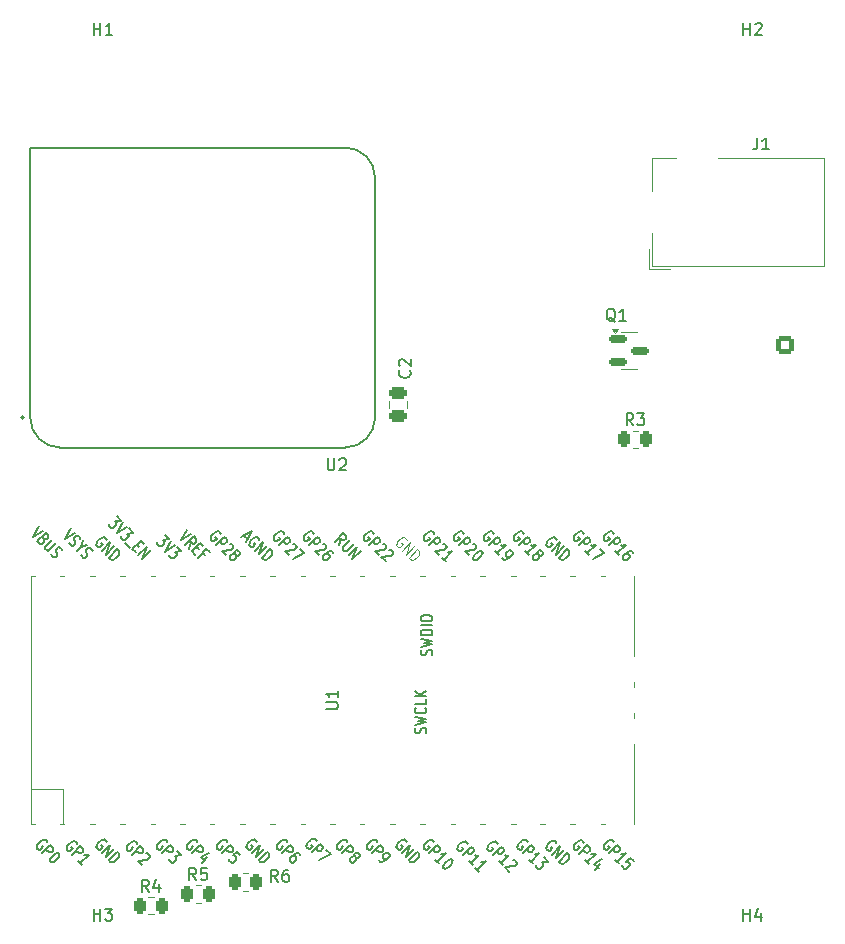
<source format=gto>
G04 #@! TF.GenerationSoftware,KiCad,Pcbnew,9.0.0*
G04 #@! TF.CreationDate,2025-04-18T21:38:45-04:00*
G04 #@! TF.ProjectId,blood_pressure,626c6f6f-645f-4707-9265-73737572652e,rev?*
G04 #@! TF.SameCoordinates,Original*
G04 #@! TF.FileFunction,Legend,Top*
G04 #@! TF.FilePolarity,Positive*
%FSLAX46Y46*%
G04 Gerber Fmt 4.6, Leading zero omitted, Abs format (unit mm)*
G04 Created by KiCad (PCBNEW 9.0.0) date 2025-04-18 21:38:45*
%MOMM*%
%LPD*%
G01*
G04 APERTURE LIST*
G04 Aperture macros list*
%AMRoundRect*
0 Rectangle with rounded corners*
0 $1 Rounding radius*
0 $2 $3 $4 $5 $6 $7 $8 $9 X,Y pos of 4 corners*
0 Add a 4 corners polygon primitive as box body*
4,1,4,$2,$3,$4,$5,$6,$7,$8,$9,$2,$3,0*
0 Add four circle primitives for the rounded corners*
1,1,$1+$1,$2,$3*
1,1,$1+$1,$4,$5*
1,1,$1+$1,$6,$7*
1,1,$1+$1,$8,$9*
0 Add four rect primitives between the rounded corners*
20,1,$1+$1,$2,$3,$4,$5,0*
20,1,$1+$1,$4,$5,$6,$7,0*
20,1,$1+$1,$6,$7,$8,$9,0*
20,1,$1+$1,$8,$9,$2,$3,0*%
G04 Aperture macros list end*
%ADD10C,0.150000*%
%ADD11C,0.100000*%
%ADD12C,0.120000*%
%ADD13C,0.127000*%
%ADD14C,0.200000*%
%ADD15C,3.200000*%
%ADD16RoundRect,0.250000X-0.262500X-0.450000X0.262500X-0.450000X0.262500X0.450000X-0.262500X0.450000X0*%
%ADD17RoundRect,0.250000X0.475000X-0.250000X0.475000X0.250000X-0.475000X0.250000X-0.475000X-0.250000X0*%
%ADD18C,1.712000*%
%ADD19RoundRect,0.150000X-0.587500X-0.150000X0.587500X-0.150000X0.587500X0.150000X-0.587500X0.150000X0*%
%ADD20R,2.600000X2.600000*%
%ADD21C,2.600000*%
%ADD22O,1.800000X1.800000*%
%ADD23O,1.500000X1.500000*%
%ADD24O,1.700000X1.700000*%
%ADD25R,1.700000X3.500000*%
%ADD26R,1.700000X1.700000*%
%ADD27R,1.800000X1.800000*%
%ADD28C,1.800000*%
%ADD29C,2.000000*%
%ADD30RoundRect,0.250000X0.550000X0.550000X-0.550000X0.550000X-0.550000X-0.550000X0.550000X-0.550000X0*%
%ADD31C,1.600000*%
G04 APERTURE END LIST*
D10*
X166738095Y-98754819D02*
X166738095Y-97754819D01*
X166738095Y-98231009D02*
X167309523Y-98231009D01*
X167309523Y-98754819D02*
X167309523Y-97754819D01*
X168214285Y-98088152D02*
X168214285Y-98754819D01*
X167976190Y-97707200D02*
X167738095Y-98421485D01*
X167738095Y-98421485D02*
X168357142Y-98421485D01*
X120420833Y-95304819D02*
X120087500Y-94828628D01*
X119849405Y-95304819D02*
X119849405Y-94304819D01*
X119849405Y-94304819D02*
X120230357Y-94304819D01*
X120230357Y-94304819D02*
X120325595Y-94352438D01*
X120325595Y-94352438D02*
X120373214Y-94400057D01*
X120373214Y-94400057D02*
X120420833Y-94495295D01*
X120420833Y-94495295D02*
X120420833Y-94638152D01*
X120420833Y-94638152D02*
X120373214Y-94733390D01*
X120373214Y-94733390D02*
X120325595Y-94781009D01*
X120325595Y-94781009D02*
X120230357Y-94828628D01*
X120230357Y-94828628D02*
X119849405Y-94828628D01*
X121325595Y-94304819D02*
X120849405Y-94304819D01*
X120849405Y-94304819D02*
X120801786Y-94781009D01*
X120801786Y-94781009D02*
X120849405Y-94733390D01*
X120849405Y-94733390D02*
X120944643Y-94685771D01*
X120944643Y-94685771D02*
X121182738Y-94685771D01*
X121182738Y-94685771D02*
X121277976Y-94733390D01*
X121277976Y-94733390D02*
X121325595Y-94781009D01*
X121325595Y-94781009D02*
X121373214Y-94876247D01*
X121373214Y-94876247D02*
X121373214Y-95114342D01*
X121373214Y-95114342D02*
X121325595Y-95209580D01*
X121325595Y-95209580D02*
X121277976Y-95257200D01*
X121277976Y-95257200D02*
X121182738Y-95304819D01*
X121182738Y-95304819D02*
X120944643Y-95304819D01*
X120944643Y-95304819D02*
X120849405Y-95257200D01*
X120849405Y-95257200D02*
X120801786Y-95209580D01*
X127333333Y-95454819D02*
X127000000Y-94978628D01*
X126761905Y-95454819D02*
X126761905Y-94454819D01*
X126761905Y-94454819D02*
X127142857Y-94454819D01*
X127142857Y-94454819D02*
X127238095Y-94502438D01*
X127238095Y-94502438D02*
X127285714Y-94550057D01*
X127285714Y-94550057D02*
X127333333Y-94645295D01*
X127333333Y-94645295D02*
X127333333Y-94788152D01*
X127333333Y-94788152D02*
X127285714Y-94883390D01*
X127285714Y-94883390D02*
X127238095Y-94931009D01*
X127238095Y-94931009D02*
X127142857Y-94978628D01*
X127142857Y-94978628D02*
X126761905Y-94978628D01*
X128190476Y-94454819D02*
X128000000Y-94454819D01*
X128000000Y-94454819D02*
X127904762Y-94502438D01*
X127904762Y-94502438D02*
X127857143Y-94550057D01*
X127857143Y-94550057D02*
X127761905Y-94692914D01*
X127761905Y-94692914D02*
X127714286Y-94883390D01*
X127714286Y-94883390D02*
X127714286Y-95264342D01*
X127714286Y-95264342D02*
X127761905Y-95359580D01*
X127761905Y-95359580D02*
X127809524Y-95407200D01*
X127809524Y-95407200D02*
X127904762Y-95454819D01*
X127904762Y-95454819D02*
X128095238Y-95454819D01*
X128095238Y-95454819D02*
X128190476Y-95407200D01*
X128190476Y-95407200D02*
X128238095Y-95359580D01*
X128238095Y-95359580D02*
X128285714Y-95264342D01*
X128285714Y-95264342D02*
X128285714Y-95026247D01*
X128285714Y-95026247D02*
X128238095Y-94931009D01*
X128238095Y-94931009D02*
X128190476Y-94883390D01*
X128190476Y-94883390D02*
X128095238Y-94835771D01*
X128095238Y-94835771D02*
X127904762Y-94835771D01*
X127904762Y-94835771D02*
X127809524Y-94883390D01*
X127809524Y-94883390D02*
X127761905Y-94931009D01*
X127761905Y-94931009D02*
X127714286Y-95026247D01*
X138484580Y-52166666D02*
X138532200Y-52214285D01*
X138532200Y-52214285D02*
X138579819Y-52357142D01*
X138579819Y-52357142D02*
X138579819Y-52452380D01*
X138579819Y-52452380D02*
X138532200Y-52595237D01*
X138532200Y-52595237D02*
X138436961Y-52690475D01*
X138436961Y-52690475D02*
X138341723Y-52738094D01*
X138341723Y-52738094D02*
X138151247Y-52785713D01*
X138151247Y-52785713D02*
X138008390Y-52785713D01*
X138008390Y-52785713D02*
X137817914Y-52738094D01*
X137817914Y-52738094D02*
X137722676Y-52690475D01*
X137722676Y-52690475D02*
X137627438Y-52595237D01*
X137627438Y-52595237D02*
X137579819Y-52452380D01*
X137579819Y-52452380D02*
X137579819Y-52357142D01*
X137579819Y-52357142D02*
X137627438Y-52214285D01*
X137627438Y-52214285D02*
X137675057Y-52166666D01*
X137675057Y-51785713D02*
X137627438Y-51738094D01*
X137627438Y-51738094D02*
X137579819Y-51642856D01*
X137579819Y-51642856D02*
X137579819Y-51404761D01*
X137579819Y-51404761D02*
X137627438Y-51309523D01*
X137627438Y-51309523D02*
X137675057Y-51261904D01*
X137675057Y-51261904D02*
X137770295Y-51214285D01*
X137770295Y-51214285D02*
X137865533Y-51214285D01*
X137865533Y-51214285D02*
X138008390Y-51261904D01*
X138008390Y-51261904D02*
X138579819Y-51833332D01*
X138579819Y-51833332D02*
X138579819Y-51214285D01*
X111738095Y-98754819D02*
X111738095Y-97754819D01*
X111738095Y-98231009D02*
X112309523Y-98231009D01*
X112309523Y-98754819D02*
X112309523Y-97754819D01*
X112690476Y-97754819D02*
X113309523Y-97754819D01*
X113309523Y-97754819D02*
X112976190Y-98135771D01*
X112976190Y-98135771D02*
X113119047Y-98135771D01*
X113119047Y-98135771D02*
X113214285Y-98183390D01*
X113214285Y-98183390D02*
X113261904Y-98231009D01*
X113261904Y-98231009D02*
X113309523Y-98326247D01*
X113309523Y-98326247D02*
X113309523Y-98564342D01*
X113309523Y-98564342D02*
X113261904Y-98659580D01*
X113261904Y-98659580D02*
X113214285Y-98707200D01*
X113214285Y-98707200D02*
X113119047Y-98754819D01*
X113119047Y-98754819D02*
X112833333Y-98754819D01*
X112833333Y-98754819D02*
X112738095Y-98707200D01*
X112738095Y-98707200D02*
X112690476Y-98659580D01*
X131542095Y-59624819D02*
X131542095Y-60434342D01*
X131542095Y-60434342D02*
X131589714Y-60529580D01*
X131589714Y-60529580D02*
X131637333Y-60577200D01*
X131637333Y-60577200D02*
X131732571Y-60624819D01*
X131732571Y-60624819D02*
X131923047Y-60624819D01*
X131923047Y-60624819D02*
X132018285Y-60577200D01*
X132018285Y-60577200D02*
X132065904Y-60529580D01*
X132065904Y-60529580D02*
X132113523Y-60434342D01*
X132113523Y-60434342D02*
X132113523Y-59624819D01*
X132542095Y-59720057D02*
X132589714Y-59672438D01*
X132589714Y-59672438D02*
X132684952Y-59624819D01*
X132684952Y-59624819D02*
X132923047Y-59624819D01*
X132923047Y-59624819D02*
X133018285Y-59672438D01*
X133018285Y-59672438D02*
X133065904Y-59720057D01*
X133065904Y-59720057D02*
X133113523Y-59815295D01*
X133113523Y-59815295D02*
X133113523Y-59910533D01*
X133113523Y-59910533D02*
X133065904Y-60053390D01*
X133065904Y-60053390D02*
X132494476Y-60624819D01*
X132494476Y-60624819D02*
X133113523Y-60624819D01*
X166738095Y-23754819D02*
X166738095Y-22754819D01*
X166738095Y-23231009D02*
X167309523Y-23231009D01*
X167309523Y-23754819D02*
X167309523Y-22754819D01*
X167738095Y-22850057D02*
X167785714Y-22802438D01*
X167785714Y-22802438D02*
X167880952Y-22754819D01*
X167880952Y-22754819D02*
X168119047Y-22754819D01*
X168119047Y-22754819D02*
X168214285Y-22802438D01*
X168214285Y-22802438D02*
X168261904Y-22850057D01*
X168261904Y-22850057D02*
X168309523Y-22945295D01*
X168309523Y-22945295D02*
X168309523Y-23040533D01*
X168309523Y-23040533D02*
X168261904Y-23183390D01*
X168261904Y-23183390D02*
X167690476Y-23754819D01*
X167690476Y-23754819D02*
X168309523Y-23754819D01*
X116420833Y-96304819D02*
X116087500Y-95828628D01*
X115849405Y-96304819D02*
X115849405Y-95304819D01*
X115849405Y-95304819D02*
X116230357Y-95304819D01*
X116230357Y-95304819D02*
X116325595Y-95352438D01*
X116325595Y-95352438D02*
X116373214Y-95400057D01*
X116373214Y-95400057D02*
X116420833Y-95495295D01*
X116420833Y-95495295D02*
X116420833Y-95638152D01*
X116420833Y-95638152D02*
X116373214Y-95733390D01*
X116373214Y-95733390D02*
X116325595Y-95781009D01*
X116325595Y-95781009D02*
X116230357Y-95828628D01*
X116230357Y-95828628D02*
X115849405Y-95828628D01*
X117277976Y-95638152D02*
X117277976Y-96304819D01*
X117039881Y-95257200D02*
X116801786Y-95971485D01*
X116801786Y-95971485D02*
X117420833Y-95971485D01*
X155904761Y-48050057D02*
X155809523Y-48002438D01*
X155809523Y-48002438D02*
X155714285Y-47907200D01*
X155714285Y-47907200D02*
X155571428Y-47764342D01*
X155571428Y-47764342D02*
X155476190Y-47716723D01*
X155476190Y-47716723D02*
X155380952Y-47716723D01*
X155428571Y-47954819D02*
X155333333Y-47907200D01*
X155333333Y-47907200D02*
X155238095Y-47811961D01*
X155238095Y-47811961D02*
X155190476Y-47621485D01*
X155190476Y-47621485D02*
X155190476Y-47288152D01*
X155190476Y-47288152D02*
X155238095Y-47097676D01*
X155238095Y-47097676D02*
X155333333Y-47002438D01*
X155333333Y-47002438D02*
X155428571Y-46954819D01*
X155428571Y-46954819D02*
X155619047Y-46954819D01*
X155619047Y-46954819D02*
X155714285Y-47002438D01*
X155714285Y-47002438D02*
X155809523Y-47097676D01*
X155809523Y-47097676D02*
X155857142Y-47288152D01*
X155857142Y-47288152D02*
X155857142Y-47621485D01*
X155857142Y-47621485D02*
X155809523Y-47811961D01*
X155809523Y-47811961D02*
X155714285Y-47907200D01*
X155714285Y-47907200D02*
X155619047Y-47954819D01*
X155619047Y-47954819D02*
X155428571Y-47954819D01*
X156809523Y-47954819D02*
X156238095Y-47954819D01*
X156523809Y-47954819D02*
X156523809Y-46954819D01*
X156523809Y-46954819D02*
X156428571Y-47097676D01*
X156428571Y-47097676D02*
X156333333Y-47192914D01*
X156333333Y-47192914D02*
X156238095Y-47240533D01*
X111738095Y-23754819D02*
X111738095Y-22754819D01*
X111738095Y-23231009D02*
X112309523Y-23231009D01*
X112309523Y-23754819D02*
X112309523Y-22754819D01*
X113309523Y-23754819D02*
X112738095Y-23754819D01*
X113023809Y-23754819D02*
X113023809Y-22754819D01*
X113023809Y-22754819D02*
X112928571Y-22897676D01*
X112928571Y-22897676D02*
X112833333Y-22992914D01*
X112833333Y-22992914D02*
X112738095Y-23040533D01*
X157420833Y-56804819D02*
X157087500Y-56328628D01*
X156849405Y-56804819D02*
X156849405Y-55804819D01*
X156849405Y-55804819D02*
X157230357Y-55804819D01*
X157230357Y-55804819D02*
X157325595Y-55852438D01*
X157325595Y-55852438D02*
X157373214Y-55900057D01*
X157373214Y-55900057D02*
X157420833Y-55995295D01*
X157420833Y-55995295D02*
X157420833Y-56138152D01*
X157420833Y-56138152D02*
X157373214Y-56233390D01*
X157373214Y-56233390D02*
X157325595Y-56281009D01*
X157325595Y-56281009D02*
X157230357Y-56328628D01*
X157230357Y-56328628D02*
X156849405Y-56328628D01*
X157754167Y-55804819D02*
X158373214Y-55804819D01*
X158373214Y-55804819D02*
X158039881Y-56185771D01*
X158039881Y-56185771D02*
X158182738Y-56185771D01*
X158182738Y-56185771D02*
X158277976Y-56233390D01*
X158277976Y-56233390D02*
X158325595Y-56281009D01*
X158325595Y-56281009D02*
X158373214Y-56376247D01*
X158373214Y-56376247D02*
X158373214Y-56614342D01*
X158373214Y-56614342D02*
X158325595Y-56709580D01*
X158325595Y-56709580D02*
X158277976Y-56757200D01*
X158277976Y-56757200D02*
X158182738Y-56804819D01*
X158182738Y-56804819D02*
X157897024Y-56804819D01*
X157897024Y-56804819D02*
X157801786Y-56757200D01*
X157801786Y-56757200D02*
X157754167Y-56709580D01*
X167916666Y-32454819D02*
X167916666Y-33169104D01*
X167916666Y-33169104D02*
X167869047Y-33311961D01*
X167869047Y-33311961D02*
X167773809Y-33407200D01*
X167773809Y-33407200D02*
X167630952Y-33454819D01*
X167630952Y-33454819D02*
X167535714Y-33454819D01*
X168916666Y-33454819D02*
X168345238Y-33454819D01*
X168630952Y-33454819D02*
X168630952Y-32454819D01*
X168630952Y-32454819D02*
X168535714Y-32597676D01*
X168535714Y-32597676D02*
X168440476Y-32692914D01*
X168440476Y-32692914D02*
X168345238Y-32740533D01*
X131414819Y-80846004D02*
X132224342Y-80846004D01*
X132224342Y-80846004D02*
X132319580Y-80798385D01*
X132319580Y-80798385D02*
X132367200Y-80750766D01*
X132367200Y-80750766D02*
X132414819Y-80655528D01*
X132414819Y-80655528D02*
X132414819Y-80465052D01*
X132414819Y-80465052D02*
X132367200Y-80369814D01*
X132367200Y-80369814D02*
X132319580Y-80322195D01*
X132319580Y-80322195D02*
X132224342Y-80274576D01*
X132224342Y-80274576D02*
X131414819Y-80274576D01*
X132414819Y-79274576D02*
X132414819Y-79846004D01*
X132414819Y-79560290D02*
X131414819Y-79560290D01*
X131414819Y-79560290D02*
X131557676Y-79655528D01*
X131557676Y-79655528D02*
X131652914Y-79750766D01*
X131652914Y-79750766D02*
X131700533Y-79846004D01*
X109785754Y-65528852D02*
X109267209Y-66424521D01*
X109267209Y-66424521D02*
X110162878Y-65905976D01*
X109651067Y-66741035D02*
X109698207Y-66855519D01*
X109698207Y-66855519D02*
X109832894Y-66990206D01*
X109832894Y-66990206D02*
X109920441Y-67010409D01*
X109920441Y-67010409D02*
X109981050Y-67003674D01*
X109981050Y-67003674D02*
X110075331Y-66963268D01*
X110075331Y-66963268D02*
X110142675Y-66895925D01*
X110142675Y-66895925D02*
X110183081Y-66801644D01*
X110183081Y-66801644D02*
X110189815Y-66741035D01*
X110189815Y-66741035D02*
X110169612Y-66653488D01*
X110169612Y-66653488D02*
X110095534Y-66512067D01*
X110095534Y-66512067D02*
X110075331Y-66424520D01*
X110075331Y-66424520D02*
X110082065Y-66363911D01*
X110082065Y-66363911D02*
X110122472Y-66269630D01*
X110122472Y-66269630D02*
X110189815Y-66202287D01*
X110189815Y-66202287D02*
X110284096Y-66161881D01*
X110284096Y-66161881D02*
X110344705Y-66155146D01*
X110344705Y-66155146D02*
X110432252Y-66175349D01*
X110432252Y-66175349D02*
X110566939Y-66310036D01*
X110566939Y-66310036D02*
X110614079Y-66424520D01*
X110627548Y-67111424D02*
X110290830Y-67448142D01*
X110809375Y-66552473D02*
X110627548Y-67111424D01*
X110627548Y-67111424D02*
X111186499Y-66929597D01*
X110674688Y-67764656D02*
X110721829Y-67879140D01*
X110721829Y-67879140D02*
X110856516Y-68013827D01*
X110856516Y-68013827D02*
X110944062Y-68034030D01*
X110944062Y-68034030D02*
X111004671Y-68027296D01*
X111004671Y-68027296D02*
X111098952Y-67986890D01*
X111098952Y-67986890D02*
X111166296Y-67919546D01*
X111166296Y-67919546D02*
X111206702Y-67825265D01*
X111206702Y-67825265D02*
X111213436Y-67764656D01*
X111213436Y-67764656D02*
X111193233Y-67677109D01*
X111193233Y-67677109D02*
X111119155Y-67535688D01*
X111119155Y-67535688D02*
X111098952Y-67448142D01*
X111098952Y-67448142D02*
X111105687Y-67387532D01*
X111105687Y-67387532D02*
X111146093Y-67293251D01*
X111146093Y-67293251D02*
X111213436Y-67225908D01*
X111213436Y-67225908D02*
X111307717Y-67185502D01*
X111307717Y-67185502D02*
X111368326Y-67178768D01*
X111368326Y-67178768D02*
X111455873Y-67198971D01*
X111455873Y-67198971D02*
X111590560Y-67333658D01*
X111590560Y-67333658D02*
X111637700Y-67448142D01*
X115397768Y-92228209D02*
X115377565Y-92140663D01*
X115377565Y-92140663D02*
X115296753Y-92059851D01*
X115296753Y-92059851D02*
X115182269Y-92012710D01*
X115182269Y-92012710D02*
X115061051Y-92026179D01*
X115061051Y-92026179D02*
X114966770Y-92066585D01*
X114966770Y-92066585D02*
X114805145Y-92174335D01*
X114805145Y-92174335D02*
X114704130Y-92275350D01*
X114704130Y-92275350D02*
X114596380Y-92436974D01*
X114596380Y-92436974D02*
X114555974Y-92531255D01*
X114555974Y-92531255D02*
X114542506Y-92652473D01*
X114542506Y-92652473D02*
X114589646Y-92766957D01*
X114589646Y-92766957D02*
X114643521Y-92820832D01*
X114643521Y-92820832D02*
X114758005Y-92867973D01*
X114758005Y-92867973D02*
X114818614Y-92861238D01*
X114818614Y-92861238D02*
X115054316Y-92625536D01*
X115054316Y-92625536D02*
X114946567Y-92517786D01*
X114993707Y-93171018D02*
X115700814Y-92463912D01*
X115700814Y-92463912D02*
X115916313Y-92679411D01*
X115916313Y-92679411D02*
X115936516Y-92766957D01*
X115936516Y-92766957D02*
X115929782Y-92827567D01*
X115929782Y-92827567D02*
X115889376Y-92921847D01*
X115889376Y-92921847D02*
X115788360Y-93022863D01*
X115788360Y-93022863D02*
X115694080Y-93063269D01*
X115694080Y-93063269D02*
X115633470Y-93070003D01*
X115633470Y-93070003D02*
X115545924Y-93049800D01*
X115545924Y-93049800D02*
X115330425Y-92834301D01*
X116172218Y-93070003D02*
X116232828Y-93063269D01*
X116232828Y-93063269D02*
X116320374Y-93083472D01*
X116320374Y-93083472D02*
X116455061Y-93218159D01*
X116455061Y-93218159D02*
X116475264Y-93305705D01*
X116475264Y-93305705D02*
X116468530Y-93366315D01*
X116468530Y-93366315D02*
X116428124Y-93460595D01*
X116428124Y-93460595D02*
X116360780Y-93527939D01*
X116360780Y-93527939D02*
X116232828Y-93602017D01*
X116232828Y-93602017D02*
X115505518Y-93682829D01*
X115505518Y-93682829D02*
X115855704Y-94033015D01*
X107108411Y-65361509D02*
X106589866Y-66257177D01*
X106589866Y-66257177D02*
X107485534Y-65738632D01*
X107525940Y-66452473D02*
X107573081Y-66566957D01*
X107573081Y-66566957D02*
X107566346Y-66627566D01*
X107566346Y-66627566D02*
X107525940Y-66721847D01*
X107525940Y-66721847D02*
X107424925Y-66822862D01*
X107424925Y-66822862D02*
X107330644Y-66863268D01*
X107330644Y-66863268D02*
X107270035Y-66870003D01*
X107270035Y-66870003D02*
X107182488Y-66849800D01*
X107182488Y-66849800D02*
X106966989Y-66634301D01*
X106966989Y-66634301D02*
X107674096Y-65927194D01*
X107674096Y-65927194D02*
X107862658Y-66115756D01*
X107862658Y-66115756D02*
X107882861Y-66203302D01*
X107882861Y-66203302D02*
X107876127Y-66263911D01*
X107876127Y-66263911D02*
X107835720Y-66358192D01*
X107835720Y-66358192D02*
X107768377Y-66425536D01*
X107768377Y-66425536D02*
X107674096Y-66465942D01*
X107674096Y-66465942D02*
X107613487Y-66472676D01*
X107613487Y-66472676D02*
X107525940Y-66452473D01*
X107525940Y-66452473D02*
X107337379Y-66263911D01*
X108239781Y-66492879D02*
X107667362Y-67065299D01*
X107667362Y-67065299D02*
X107626956Y-67159580D01*
X107626956Y-67159580D02*
X107620221Y-67220189D01*
X107620221Y-67220189D02*
X107640424Y-67307736D01*
X107640424Y-67307736D02*
X107748174Y-67415485D01*
X107748174Y-67415485D02*
X107835720Y-67435688D01*
X107835720Y-67435688D02*
X107896330Y-67428954D01*
X107896330Y-67428954D02*
X107990610Y-67388548D01*
X107990610Y-67388548D02*
X108563030Y-66816128D01*
X108132032Y-67731999D02*
X108179172Y-67846483D01*
X108179172Y-67846483D02*
X108313859Y-67981170D01*
X108313859Y-67981170D02*
X108401406Y-68001373D01*
X108401406Y-68001373D02*
X108462015Y-67994639D01*
X108462015Y-67994639D02*
X108556296Y-67954233D01*
X108556296Y-67954233D02*
X108623639Y-67886889D01*
X108623639Y-67886889D02*
X108664045Y-67792609D01*
X108664045Y-67792609D02*
X108670780Y-67731999D01*
X108670780Y-67731999D02*
X108650577Y-67644453D01*
X108650577Y-67644453D02*
X108576499Y-67503032D01*
X108576499Y-67503032D02*
X108556296Y-67415485D01*
X108556296Y-67415485D02*
X108563030Y-67354876D01*
X108563030Y-67354876D02*
X108603436Y-67260595D01*
X108603436Y-67260595D02*
X108670780Y-67193251D01*
X108670780Y-67193251D02*
X108765061Y-67152845D01*
X108765061Y-67152845D02*
X108825670Y-67146111D01*
X108825670Y-67146111D02*
X108913216Y-67166314D01*
X108913216Y-67166314D02*
X109047903Y-67301001D01*
X109047903Y-67301001D02*
X109095044Y-67415485D01*
X120477768Y-92128209D02*
X120457565Y-92040663D01*
X120457565Y-92040663D02*
X120376753Y-91959851D01*
X120376753Y-91959851D02*
X120262269Y-91912710D01*
X120262269Y-91912710D02*
X120141051Y-91926179D01*
X120141051Y-91926179D02*
X120046770Y-91966585D01*
X120046770Y-91966585D02*
X119885145Y-92074335D01*
X119885145Y-92074335D02*
X119784130Y-92175350D01*
X119784130Y-92175350D02*
X119676380Y-92336974D01*
X119676380Y-92336974D02*
X119635974Y-92431255D01*
X119635974Y-92431255D02*
X119622506Y-92552473D01*
X119622506Y-92552473D02*
X119669646Y-92666957D01*
X119669646Y-92666957D02*
X119723521Y-92720832D01*
X119723521Y-92720832D02*
X119838005Y-92767973D01*
X119838005Y-92767973D02*
X119898614Y-92761238D01*
X119898614Y-92761238D02*
X120134316Y-92525536D01*
X120134316Y-92525536D02*
X120026567Y-92417786D01*
X120073707Y-93071018D02*
X120780814Y-92363912D01*
X120780814Y-92363912D02*
X120996313Y-92579411D01*
X120996313Y-92579411D02*
X121016516Y-92666957D01*
X121016516Y-92666957D02*
X121009782Y-92727567D01*
X121009782Y-92727567D02*
X120969376Y-92821847D01*
X120969376Y-92821847D02*
X120868360Y-92922863D01*
X120868360Y-92922863D02*
X120774080Y-92963269D01*
X120774080Y-92963269D02*
X120713470Y-92970003D01*
X120713470Y-92970003D02*
X120625924Y-92949800D01*
X120625924Y-92949800D02*
X120410425Y-92734301D01*
X121353234Y-93407736D02*
X120881829Y-93879140D01*
X121487921Y-93003675D02*
X120848157Y-93374064D01*
X120848157Y-93374064D02*
X121198344Y-93724250D01*
X145930894Y-92258835D02*
X145910691Y-92171288D01*
X145910691Y-92171288D02*
X145829878Y-92090476D01*
X145829878Y-92090476D02*
X145715394Y-92043336D01*
X145715394Y-92043336D02*
X145594176Y-92056804D01*
X145594176Y-92056804D02*
X145499895Y-92097210D01*
X145499895Y-92097210D02*
X145338271Y-92204960D01*
X145338271Y-92204960D02*
X145237256Y-92305975D01*
X145237256Y-92305975D02*
X145129506Y-92467600D01*
X145129506Y-92467600D02*
X145089100Y-92561881D01*
X145089100Y-92561881D02*
X145075631Y-92683099D01*
X145075631Y-92683099D02*
X145122772Y-92797583D01*
X145122772Y-92797583D02*
X145176646Y-92851458D01*
X145176646Y-92851458D02*
X145291130Y-92898598D01*
X145291130Y-92898598D02*
X145351740Y-92891864D01*
X145351740Y-92891864D02*
X145587442Y-92656162D01*
X145587442Y-92656162D02*
X145479692Y-92548412D01*
X145526833Y-93201644D02*
X146233939Y-92494537D01*
X146233939Y-92494537D02*
X146449439Y-92710036D01*
X146449439Y-92710036D02*
X146469642Y-92797583D01*
X146469642Y-92797583D02*
X146462907Y-92858192D01*
X146462907Y-92858192D02*
X146422501Y-92952473D01*
X146422501Y-92952473D02*
X146321486Y-93053488D01*
X146321486Y-93053488D02*
X146227205Y-93093894D01*
X146227205Y-93093894D02*
X146166596Y-93100629D01*
X146166596Y-93100629D02*
X146079049Y-93080426D01*
X146079049Y-93080426D02*
X145863550Y-92864926D01*
X146388830Y-94063641D02*
X146065581Y-93740392D01*
X146227205Y-93902016D02*
X146934312Y-93194910D01*
X146934312Y-93194910D02*
X146779422Y-93242050D01*
X146779422Y-93242050D02*
X146658204Y-93255519D01*
X146658204Y-93255519D02*
X146570657Y-93235316D01*
X147244092Y-93639377D02*
X147304701Y-93632643D01*
X147304701Y-93632643D02*
X147392248Y-93652846D01*
X147392248Y-93652846D02*
X147526935Y-93787533D01*
X147526935Y-93787533D02*
X147547138Y-93875079D01*
X147547138Y-93875079D02*
X147540404Y-93935688D01*
X147540404Y-93935688D02*
X147499997Y-94029969D01*
X147499997Y-94029969D02*
X147432654Y-94097313D01*
X147432654Y-94097313D02*
X147304701Y-94171391D01*
X147304701Y-94171391D02*
X146577391Y-94252203D01*
X146577391Y-94252203D02*
X146927578Y-94602389D01*
X150920831Y-92217172D02*
X150900628Y-92129626D01*
X150900628Y-92129626D02*
X150819816Y-92048813D01*
X150819816Y-92048813D02*
X150705332Y-92001673D01*
X150705332Y-92001673D02*
X150584113Y-92015142D01*
X150584113Y-92015142D02*
X150489832Y-92055548D01*
X150489832Y-92055548D02*
X150328208Y-92163297D01*
X150328208Y-92163297D02*
X150227193Y-92264313D01*
X150227193Y-92264313D02*
X150119443Y-92425937D01*
X150119443Y-92425937D02*
X150079037Y-92520218D01*
X150079037Y-92520218D02*
X150065568Y-92641436D01*
X150065568Y-92641436D02*
X150112709Y-92755920D01*
X150112709Y-92755920D02*
X150166584Y-92809795D01*
X150166584Y-92809795D02*
X150281068Y-92856935D01*
X150281068Y-92856935D02*
X150341677Y-92850201D01*
X150341677Y-92850201D02*
X150577379Y-92614499D01*
X150577379Y-92614499D02*
X150469629Y-92506749D01*
X150516770Y-93159981D02*
X151223877Y-92452874D01*
X151223877Y-92452874D02*
X150840019Y-93483230D01*
X150840019Y-93483230D02*
X151547125Y-92776123D01*
X151109393Y-93752604D02*
X151816499Y-93045497D01*
X151816499Y-93045497D02*
X151951186Y-93180184D01*
X151951186Y-93180184D02*
X151998327Y-93294668D01*
X151998327Y-93294668D02*
X151984858Y-93415886D01*
X151984858Y-93415886D02*
X151944452Y-93510167D01*
X151944452Y-93510167D02*
X151836702Y-93671792D01*
X151836702Y-93671792D02*
X151735687Y-93772807D01*
X151735687Y-93772807D02*
X151574063Y-93880556D01*
X151574063Y-93880556D02*
X151479782Y-93920963D01*
X151479782Y-93920963D02*
X151358564Y-93934431D01*
X151358564Y-93934431D02*
X151244080Y-93887291D01*
X151244080Y-93887291D02*
X151109393Y-93752604D01*
X145608394Y-66004835D02*
X145588191Y-65917288D01*
X145588191Y-65917288D02*
X145507378Y-65836476D01*
X145507378Y-65836476D02*
X145392894Y-65789336D01*
X145392894Y-65789336D02*
X145271676Y-65802804D01*
X145271676Y-65802804D02*
X145177395Y-65843210D01*
X145177395Y-65843210D02*
X145015771Y-65950960D01*
X145015771Y-65950960D02*
X144914756Y-66051975D01*
X144914756Y-66051975D02*
X144807006Y-66213600D01*
X144807006Y-66213600D02*
X144766600Y-66307881D01*
X144766600Y-66307881D02*
X144753131Y-66429099D01*
X144753131Y-66429099D02*
X144800272Y-66543583D01*
X144800272Y-66543583D02*
X144854146Y-66597458D01*
X144854146Y-66597458D02*
X144968630Y-66644598D01*
X144968630Y-66644598D02*
X145029240Y-66637864D01*
X145029240Y-66637864D02*
X145264942Y-66402162D01*
X145264942Y-66402162D02*
X145157192Y-66294412D01*
X145204333Y-66947644D02*
X145911439Y-66240537D01*
X145911439Y-66240537D02*
X146126939Y-66456036D01*
X146126939Y-66456036D02*
X146147142Y-66543583D01*
X146147142Y-66543583D02*
X146140407Y-66604192D01*
X146140407Y-66604192D02*
X146100001Y-66698473D01*
X146100001Y-66698473D02*
X145998986Y-66799488D01*
X145998986Y-66799488D02*
X145904705Y-66839894D01*
X145904705Y-66839894D02*
X145844096Y-66846629D01*
X145844096Y-66846629D02*
X145756549Y-66826426D01*
X145756549Y-66826426D02*
X145541050Y-66610926D01*
X146066330Y-67809641D02*
X145743081Y-67486392D01*
X145904705Y-67648016D02*
X146611812Y-66940910D01*
X146611812Y-66940910D02*
X146456922Y-66988050D01*
X146456922Y-66988050D02*
X146335704Y-67001519D01*
X146335704Y-67001519D02*
X146248157Y-66981316D01*
X146335704Y-68079015D02*
X146443453Y-68186765D01*
X146443453Y-68186765D02*
X146531000Y-68206968D01*
X146531000Y-68206968D02*
X146591609Y-68200233D01*
X146591609Y-68200233D02*
X146746499Y-68153093D01*
X146746499Y-68153093D02*
X146908123Y-68045343D01*
X146908123Y-68045343D02*
X147177497Y-67775969D01*
X147177497Y-67775969D02*
X147217904Y-67681688D01*
X147217904Y-67681688D02*
X147224638Y-67621079D01*
X147224638Y-67621079D02*
X147204435Y-67533533D01*
X147204435Y-67533533D02*
X147096685Y-67425783D01*
X147096685Y-67425783D02*
X147009139Y-67405580D01*
X147009139Y-67405580D02*
X146948530Y-67412314D01*
X146948530Y-67412314D02*
X146854249Y-67452720D01*
X146854249Y-67452720D02*
X146685890Y-67621079D01*
X146685890Y-67621079D02*
X146645484Y-67715360D01*
X146645484Y-67715360D02*
X146638749Y-67775969D01*
X146638749Y-67775969D02*
X146658953Y-67863516D01*
X146658953Y-67863516D02*
X146766702Y-67971265D01*
X146766702Y-67971265D02*
X146854249Y-67991468D01*
X146854249Y-67991468D02*
X146914858Y-67984734D01*
X146914858Y-67984734D02*
X147009139Y-67944328D01*
X135448394Y-66004835D02*
X135428191Y-65917288D01*
X135428191Y-65917288D02*
X135347378Y-65836476D01*
X135347378Y-65836476D02*
X135232894Y-65789336D01*
X135232894Y-65789336D02*
X135111676Y-65802804D01*
X135111676Y-65802804D02*
X135017395Y-65843210D01*
X135017395Y-65843210D02*
X134855771Y-65950960D01*
X134855771Y-65950960D02*
X134754756Y-66051975D01*
X134754756Y-66051975D02*
X134647006Y-66213600D01*
X134647006Y-66213600D02*
X134606600Y-66307881D01*
X134606600Y-66307881D02*
X134593131Y-66429099D01*
X134593131Y-66429099D02*
X134640272Y-66543583D01*
X134640272Y-66543583D02*
X134694146Y-66597458D01*
X134694146Y-66597458D02*
X134808630Y-66644598D01*
X134808630Y-66644598D02*
X134869240Y-66637864D01*
X134869240Y-66637864D02*
X135104942Y-66402162D01*
X135104942Y-66402162D02*
X134997192Y-66294412D01*
X135044333Y-66947644D02*
X135751439Y-66240537D01*
X135751439Y-66240537D02*
X135966939Y-66456036D01*
X135966939Y-66456036D02*
X135987142Y-66543583D01*
X135987142Y-66543583D02*
X135980407Y-66604192D01*
X135980407Y-66604192D02*
X135940001Y-66698473D01*
X135940001Y-66698473D02*
X135838986Y-66799488D01*
X135838986Y-66799488D02*
X135744705Y-66839894D01*
X135744705Y-66839894D02*
X135684096Y-66846629D01*
X135684096Y-66846629D02*
X135596549Y-66826426D01*
X135596549Y-66826426D02*
X135381050Y-66610926D01*
X136222844Y-66846629D02*
X136283453Y-66839894D01*
X136283453Y-66839894D02*
X136371000Y-66860097D01*
X136371000Y-66860097D02*
X136505687Y-66994784D01*
X136505687Y-66994784D02*
X136525890Y-67082331D01*
X136525890Y-67082331D02*
X136519155Y-67142940D01*
X136519155Y-67142940D02*
X136478749Y-67237221D01*
X136478749Y-67237221D02*
X136411406Y-67304565D01*
X136411406Y-67304565D02*
X136283453Y-67378642D01*
X136283453Y-67378642D02*
X135556143Y-67459455D01*
X135556143Y-67459455D02*
X135906330Y-67809641D01*
X136761592Y-67385377D02*
X136822201Y-67378643D01*
X136822201Y-67378643D02*
X136909748Y-67398846D01*
X136909748Y-67398846D02*
X137044435Y-67533533D01*
X137044435Y-67533533D02*
X137064638Y-67621079D01*
X137064638Y-67621079D02*
X137057904Y-67681688D01*
X137057904Y-67681688D02*
X137017497Y-67775969D01*
X137017497Y-67775969D02*
X136950154Y-67843313D01*
X136950154Y-67843313D02*
X136822201Y-67917391D01*
X136822201Y-67917391D02*
X136094891Y-67998203D01*
X136094891Y-67998203D02*
X136445078Y-68348389D01*
X153228394Y-66004835D02*
X153208191Y-65917288D01*
X153208191Y-65917288D02*
X153127378Y-65836476D01*
X153127378Y-65836476D02*
X153012894Y-65789336D01*
X153012894Y-65789336D02*
X152891676Y-65802804D01*
X152891676Y-65802804D02*
X152797395Y-65843210D01*
X152797395Y-65843210D02*
X152635771Y-65950960D01*
X152635771Y-65950960D02*
X152534756Y-66051975D01*
X152534756Y-66051975D02*
X152427006Y-66213600D01*
X152427006Y-66213600D02*
X152386600Y-66307881D01*
X152386600Y-66307881D02*
X152373131Y-66429099D01*
X152373131Y-66429099D02*
X152420272Y-66543583D01*
X152420272Y-66543583D02*
X152474146Y-66597458D01*
X152474146Y-66597458D02*
X152588630Y-66644598D01*
X152588630Y-66644598D02*
X152649240Y-66637864D01*
X152649240Y-66637864D02*
X152884942Y-66402162D01*
X152884942Y-66402162D02*
X152777192Y-66294412D01*
X152824333Y-66947644D02*
X153531439Y-66240537D01*
X153531439Y-66240537D02*
X153746939Y-66456036D01*
X153746939Y-66456036D02*
X153767142Y-66543583D01*
X153767142Y-66543583D02*
X153760407Y-66604192D01*
X153760407Y-66604192D02*
X153720001Y-66698473D01*
X153720001Y-66698473D02*
X153618986Y-66799488D01*
X153618986Y-66799488D02*
X153524705Y-66839894D01*
X153524705Y-66839894D02*
X153464096Y-66846629D01*
X153464096Y-66846629D02*
X153376549Y-66826426D01*
X153376549Y-66826426D02*
X153161050Y-66610926D01*
X153686330Y-67809641D02*
X153363081Y-67486392D01*
X153524705Y-67648016D02*
X154231812Y-66940910D01*
X154231812Y-66940910D02*
X154076922Y-66988050D01*
X154076922Y-66988050D02*
X153955704Y-67001519D01*
X153955704Y-67001519D02*
X153868157Y-66981316D01*
X154581998Y-67291096D02*
X154959122Y-67668220D01*
X154959122Y-67668220D02*
X154009579Y-68132890D01*
X143068394Y-66004835D02*
X143048191Y-65917288D01*
X143048191Y-65917288D02*
X142967378Y-65836476D01*
X142967378Y-65836476D02*
X142852894Y-65789336D01*
X142852894Y-65789336D02*
X142731676Y-65802804D01*
X142731676Y-65802804D02*
X142637395Y-65843210D01*
X142637395Y-65843210D02*
X142475771Y-65950960D01*
X142475771Y-65950960D02*
X142374756Y-66051975D01*
X142374756Y-66051975D02*
X142267006Y-66213600D01*
X142267006Y-66213600D02*
X142226600Y-66307881D01*
X142226600Y-66307881D02*
X142213131Y-66429099D01*
X142213131Y-66429099D02*
X142260272Y-66543583D01*
X142260272Y-66543583D02*
X142314146Y-66597458D01*
X142314146Y-66597458D02*
X142428630Y-66644598D01*
X142428630Y-66644598D02*
X142489240Y-66637864D01*
X142489240Y-66637864D02*
X142724942Y-66402162D01*
X142724942Y-66402162D02*
X142617192Y-66294412D01*
X142664333Y-66947644D02*
X143371439Y-66240537D01*
X143371439Y-66240537D02*
X143586939Y-66456036D01*
X143586939Y-66456036D02*
X143607142Y-66543583D01*
X143607142Y-66543583D02*
X143600407Y-66604192D01*
X143600407Y-66604192D02*
X143560001Y-66698473D01*
X143560001Y-66698473D02*
X143458986Y-66799488D01*
X143458986Y-66799488D02*
X143364705Y-66839894D01*
X143364705Y-66839894D02*
X143304096Y-66846629D01*
X143304096Y-66846629D02*
X143216549Y-66826426D01*
X143216549Y-66826426D02*
X143001050Y-66610926D01*
X143842844Y-66846629D02*
X143903453Y-66839894D01*
X143903453Y-66839894D02*
X143991000Y-66860097D01*
X143991000Y-66860097D02*
X144125687Y-66994784D01*
X144125687Y-66994784D02*
X144145890Y-67082331D01*
X144145890Y-67082331D02*
X144139155Y-67142940D01*
X144139155Y-67142940D02*
X144098749Y-67237221D01*
X144098749Y-67237221D02*
X144031406Y-67304565D01*
X144031406Y-67304565D02*
X143903453Y-67378642D01*
X143903453Y-67378642D02*
X143176143Y-67459455D01*
X143176143Y-67459455D02*
X143526330Y-67809641D01*
X144583623Y-67452720D02*
X144637497Y-67506595D01*
X144637497Y-67506595D02*
X144657701Y-67594142D01*
X144657701Y-67594142D02*
X144650966Y-67654751D01*
X144650966Y-67654751D02*
X144610560Y-67749032D01*
X144610560Y-67749032D02*
X144502810Y-67910656D01*
X144502810Y-67910656D02*
X144334452Y-68079015D01*
X144334452Y-68079015D02*
X144172827Y-68186765D01*
X144172827Y-68186765D02*
X144078546Y-68227171D01*
X144078546Y-68227171D02*
X144017937Y-68233905D01*
X144017937Y-68233905D02*
X143930391Y-68213702D01*
X143930391Y-68213702D02*
X143876516Y-68159827D01*
X143876516Y-68159827D02*
X143856313Y-68072281D01*
X143856313Y-68072281D02*
X143863047Y-68011671D01*
X143863047Y-68011671D02*
X143903453Y-67917391D01*
X143903453Y-67917391D02*
X144011203Y-67755766D01*
X144011203Y-67755766D02*
X144179562Y-67587407D01*
X144179562Y-67587407D02*
X144341186Y-67479658D01*
X144341186Y-67479658D02*
X144435467Y-67439252D01*
X144435467Y-67439252D02*
X144496076Y-67432517D01*
X144496076Y-67432517D02*
X144583623Y-67452720D01*
X150930831Y-66501272D02*
X150910628Y-66413726D01*
X150910628Y-66413726D02*
X150829816Y-66332913D01*
X150829816Y-66332913D02*
X150715332Y-66285773D01*
X150715332Y-66285773D02*
X150594113Y-66299242D01*
X150594113Y-66299242D02*
X150499832Y-66339648D01*
X150499832Y-66339648D02*
X150338208Y-66447397D01*
X150338208Y-66447397D02*
X150237193Y-66548413D01*
X150237193Y-66548413D02*
X150129443Y-66710037D01*
X150129443Y-66710037D02*
X150089037Y-66804318D01*
X150089037Y-66804318D02*
X150075568Y-66925536D01*
X150075568Y-66925536D02*
X150122709Y-67040020D01*
X150122709Y-67040020D02*
X150176584Y-67093895D01*
X150176584Y-67093895D02*
X150291068Y-67141035D01*
X150291068Y-67141035D02*
X150351677Y-67134301D01*
X150351677Y-67134301D02*
X150587379Y-66898599D01*
X150587379Y-66898599D02*
X150479629Y-66790849D01*
X150526770Y-67444081D02*
X151233877Y-66736974D01*
X151233877Y-66736974D02*
X150850019Y-67767330D01*
X150850019Y-67767330D02*
X151557125Y-67060223D01*
X151119393Y-68036704D02*
X151826499Y-67329597D01*
X151826499Y-67329597D02*
X151961186Y-67464284D01*
X151961186Y-67464284D02*
X152008327Y-67578768D01*
X152008327Y-67578768D02*
X151994858Y-67699986D01*
X151994858Y-67699986D02*
X151954452Y-67794267D01*
X151954452Y-67794267D02*
X151846702Y-67955892D01*
X151846702Y-67955892D02*
X151745687Y-68056907D01*
X151745687Y-68056907D02*
X151584063Y-68164656D01*
X151584063Y-68164656D02*
X151489782Y-68205063D01*
X151489782Y-68205063D02*
X151368564Y-68218531D01*
X151368564Y-68218531D02*
X151254080Y-68171391D01*
X151254080Y-68171391D02*
X151119393Y-68036704D01*
X155768394Y-66004835D02*
X155748191Y-65917288D01*
X155748191Y-65917288D02*
X155667378Y-65836476D01*
X155667378Y-65836476D02*
X155552894Y-65789336D01*
X155552894Y-65789336D02*
X155431676Y-65802804D01*
X155431676Y-65802804D02*
X155337395Y-65843210D01*
X155337395Y-65843210D02*
X155175771Y-65950960D01*
X155175771Y-65950960D02*
X155074756Y-66051975D01*
X155074756Y-66051975D02*
X154967006Y-66213600D01*
X154967006Y-66213600D02*
X154926600Y-66307881D01*
X154926600Y-66307881D02*
X154913131Y-66429099D01*
X154913131Y-66429099D02*
X154960272Y-66543583D01*
X154960272Y-66543583D02*
X155014146Y-66597458D01*
X155014146Y-66597458D02*
X155128630Y-66644598D01*
X155128630Y-66644598D02*
X155189240Y-66637864D01*
X155189240Y-66637864D02*
X155424942Y-66402162D01*
X155424942Y-66402162D02*
X155317192Y-66294412D01*
X155364333Y-66947644D02*
X156071439Y-66240537D01*
X156071439Y-66240537D02*
X156286939Y-66456036D01*
X156286939Y-66456036D02*
X156307142Y-66543583D01*
X156307142Y-66543583D02*
X156300407Y-66604192D01*
X156300407Y-66604192D02*
X156260001Y-66698473D01*
X156260001Y-66698473D02*
X156158986Y-66799488D01*
X156158986Y-66799488D02*
X156064705Y-66839894D01*
X156064705Y-66839894D02*
X156004096Y-66846629D01*
X156004096Y-66846629D02*
X155916549Y-66826426D01*
X155916549Y-66826426D02*
X155701050Y-66610926D01*
X156226330Y-67809641D02*
X155903081Y-67486392D01*
X156064705Y-67648016D02*
X156771812Y-66940910D01*
X156771812Y-66940910D02*
X156616922Y-66988050D01*
X156616922Y-66988050D02*
X156495704Y-67001519D01*
X156495704Y-67001519D02*
X156408157Y-66981316D01*
X157418310Y-67587407D02*
X157310560Y-67479658D01*
X157310560Y-67479658D02*
X157223014Y-67459455D01*
X157223014Y-67459455D02*
X157162404Y-67466189D01*
X157162404Y-67466189D02*
X157007514Y-67513330D01*
X157007514Y-67513330D02*
X156845890Y-67621079D01*
X156845890Y-67621079D02*
X156576516Y-67890453D01*
X156576516Y-67890453D02*
X156536110Y-67984734D01*
X156536110Y-67984734D02*
X156529375Y-68045343D01*
X156529375Y-68045343D02*
X156549579Y-68132890D01*
X156549579Y-68132890D02*
X156657328Y-68240639D01*
X156657328Y-68240639D02*
X156744875Y-68260842D01*
X156744875Y-68260842D02*
X156805484Y-68254108D01*
X156805484Y-68254108D02*
X156899765Y-68213702D01*
X156899765Y-68213702D02*
X157068123Y-68045343D01*
X157068123Y-68045343D02*
X157108530Y-67951062D01*
X157108530Y-67951062D02*
X157115264Y-67890453D01*
X157115264Y-67890453D02*
X157095061Y-67802907D01*
X157095061Y-67802907D02*
X156987311Y-67695157D01*
X156987311Y-67695157D02*
X156899765Y-67674954D01*
X156899765Y-67674954D02*
X156839156Y-67681688D01*
X156839156Y-67681688D02*
X156744875Y-67722094D01*
X107777768Y-92128209D02*
X107757565Y-92040663D01*
X107757565Y-92040663D02*
X107676753Y-91959851D01*
X107676753Y-91959851D02*
X107562269Y-91912710D01*
X107562269Y-91912710D02*
X107441051Y-91926179D01*
X107441051Y-91926179D02*
X107346770Y-91966585D01*
X107346770Y-91966585D02*
X107185145Y-92074335D01*
X107185145Y-92074335D02*
X107084130Y-92175350D01*
X107084130Y-92175350D02*
X106976380Y-92336974D01*
X106976380Y-92336974D02*
X106935974Y-92431255D01*
X106935974Y-92431255D02*
X106922506Y-92552473D01*
X106922506Y-92552473D02*
X106969646Y-92666957D01*
X106969646Y-92666957D02*
X107023521Y-92720832D01*
X107023521Y-92720832D02*
X107138005Y-92767973D01*
X107138005Y-92767973D02*
X107198614Y-92761238D01*
X107198614Y-92761238D02*
X107434316Y-92525536D01*
X107434316Y-92525536D02*
X107326567Y-92417786D01*
X107373707Y-93071018D02*
X108080814Y-92363912D01*
X108080814Y-92363912D02*
X108296313Y-92579411D01*
X108296313Y-92579411D02*
X108316516Y-92666957D01*
X108316516Y-92666957D02*
X108309782Y-92727567D01*
X108309782Y-92727567D02*
X108269376Y-92821847D01*
X108269376Y-92821847D02*
X108168360Y-92922863D01*
X108168360Y-92922863D02*
X108074080Y-92963269D01*
X108074080Y-92963269D02*
X108013470Y-92970003D01*
X108013470Y-92970003D02*
X107925924Y-92949800D01*
X107925924Y-92949800D02*
X107710425Y-92734301D01*
X108754249Y-93037347D02*
X108808124Y-93091221D01*
X108808124Y-93091221D02*
X108828327Y-93178768D01*
X108828327Y-93178768D02*
X108821592Y-93239377D01*
X108821592Y-93239377D02*
X108781186Y-93333658D01*
X108781186Y-93333658D02*
X108673437Y-93495282D01*
X108673437Y-93495282D02*
X108505078Y-93663641D01*
X108505078Y-93663641D02*
X108343454Y-93771391D01*
X108343454Y-93771391D02*
X108249173Y-93811797D01*
X108249173Y-93811797D02*
X108188564Y-93818531D01*
X108188564Y-93818531D02*
X108101017Y-93798328D01*
X108101017Y-93798328D02*
X108047142Y-93744453D01*
X108047142Y-93744453D02*
X108026939Y-93656907D01*
X108026939Y-93656907D02*
X108033673Y-93596298D01*
X108033673Y-93596298D02*
X108074080Y-93502017D01*
X108074080Y-93502017D02*
X108181829Y-93340392D01*
X108181829Y-93340392D02*
X108350188Y-93172034D01*
X108350188Y-93172034D02*
X108511812Y-93064284D01*
X108511812Y-93064284D02*
X108606093Y-93023878D01*
X108606093Y-93023878D02*
X108666702Y-93017144D01*
X108666702Y-93017144D02*
X108754249Y-93037347D01*
D11*
X138228992Y-66503111D02*
X138208789Y-66415564D01*
X138208789Y-66415564D02*
X138127977Y-66334752D01*
X138127977Y-66334752D02*
X138013493Y-66287611D01*
X138013493Y-66287611D02*
X137892275Y-66301080D01*
X137892275Y-66301080D02*
X137797994Y-66341486D01*
X137797994Y-66341486D02*
X137636370Y-66449236D01*
X137636370Y-66449236D02*
X137535354Y-66550251D01*
X137535354Y-66550251D02*
X137427605Y-66711875D01*
X137427605Y-66711875D02*
X137387199Y-66806156D01*
X137387199Y-66806156D02*
X137373730Y-66927375D01*
X137373730Y-66927375D02*
X137420870Y-67041859D01*
X137420870Y-67041859D02*
X137474745Y-67095733D01*
X137474745Y-67095733D02*
X137589229Y-67142874D01*
X137589229Y-67142874D02*
X137649838Y-67136140D01*
X137649838Y-67136140D02*
X137885541Y-66900437D01*
X137885541Y-66900437D02*
X137777791Y-66792688D01*
X137824931Y-67445920D02*
X138532038Y-66738813D01*
X138532038Y-66738813D02*
X138148180Y-67769168D01*
X138148180Y-67769168D02*
X138855287Y-67062062D01*
X138417554Y-68038542D02*
X139124661Y-67331436D01*
X139124661Y-67331436D02*
X139259348Y-67466123D01*
X139259348Y-67466123D02*
X139306488Y-67580606D01*
X139306488Y-67580606D02*
X139293020Y-67701825D01*
X139293020Y-67701825D02*
X139252614Y-67796106D01*
X139252614Y-67796106D02*
X139144864Y-67957730D01*
X139144864Y-67957730D02*
X139043849Y-68058745D01*
X139043849Y-68058745D02*
X138882224Y-68166495D01*
X138882224Y-68166495D02*
X138787943Y-68206901D01*
X138787943Y-68206901D02*
X138666725Y-68220370D01*
X138666725Y-68220370D02*
X138552241Y-68173229D01*
X138552241Y-68173229D02*
X138417554Y-68038542D01*
D10*
X143390894Y-92258835D02*
X143370691Y-92171288D01*
X143370691Y-92171288D02*
X143289878Y-92090476D01*
X143289878Y-92090476D02*
X143175394Y-92043336D01*
X143175394Y-92043336D02*
X143054176Y-92056804D01*
X143054176Y-92056804D02*
X142959895Y-92097210D01*
X142959895Y-92097210D02*
X142798271Y-92204960D01*
X142798271Y-92204960D02*
X142697256Y-92305975D01*
X142697256Y-92305975D02*
X142589506Y-92467600D01*
X142589506Y-92467600D02*
X142549100Y-92561881D01*
X142549100Y-92561881D02*
X142535631Y-92683099D01*
X142535631Y-92683099D02*
X142582772Y-92797583D01*
X142582772Y-92797583D02*
X142636646Y-92851458D01*
X142636646Y-92851458D02*
X142751130Y-92898598D01*
X142751130Y-92898598D02*
X142811740Y-92891864D01*
X142811740Y-92891864D02*
X143047442Y-92656162D01*
X143047442Y-92656162D02*
X142939692Y-92548412D01*
X142986833Y-93201644D02*
X143693939Y-92494537D01*
X143693939Y-92494537D02*
X143909439Y-92710036D01*
X143909439Y-92710036D02*
X143929642Y-92797583D01*
X143929642Y-92797583D02*
X143922907Y-92858192D01*
X143922907Y-92858192D02*
X143882501Y-92952473D01*
X143882501Y-92952473D02*
X143781486Y-93053488D01*
X143781486Y-93053488D02*
X143687205Y-93093894D01*
X143687205Y-93093894D02*
X143626596Y-93100629D01*
X143626596Y-93100629D02*
X143539049Y-93080426D01*
X143539049Y-93080426D02*
X143323550Y-92864926D01*
X143848830Y-94063641D02*
X143525581Y-93740392D01*
X143687205Y-93902016D02*
X144394312Y-93194910D01*
X144394312Y-93194910D02*
X144239422Y-93242050D01*
X144239422Y-93242050D02*
X144118204Y-93255519D01*
X144118204Y-93255519D02*
X144030657Y-93235316D01*
X144387578Y-94602389D02*
X144064329Y-94279140D01*
X144225953Y-94440765D02*
X144933060Y-93733658D01*
X144933060Y-93733658D02*
X144778170Y-93780798D01*
X144778170Y-93780798D02*
X144656952Y-93794267D01*
X144656952Y-93794267D02*
X144569405Y-93774064D01*
X117745128Y-66098226D02*
X118095314Y-66448412D01*
X118095314Y-66448412D02*
X117637379Y-66529224D01*
X117637379Y-66529224D02*
X117718191Y-66610036D01*
X117718191Y-66610036D02*
X117738394Y-66697583D01*
X117738394Y-66697583D02*
X117731659Y-66758192D01*
X117731659Y-66758192D02*
X117691253Y-66852473D01*
X117691253Y-66852473D02*
X117522895Y-67020832D01*
X117522895Y-67020832D02*
X117428614Y-67061238D01*
X117428614Y-67061238D02*
X117368005Y-67067972D01*
X117368005Y-67067972D02*
X117280458Y-67047769D01*
X117280458Y-67047769D02*
X117118834Y-66886145D01*
X117118834Y-66886145D02*
X117098631Y-66798598D01*
X117098631Y-66798598D02*
X117105365Y-66737989D01*
X118256939Y-66610037D02*
X117738394Y-67505705D01*
X117738394Y-67505705D02*
X118634063Y-66987160D01*
X118768749Y-67121847D02*
X119118936Y-67472033D01*
X119118936Y-67472033D02*
X118661000Y-67552845D01*
X118661000Y-67552845D02*
X118741812Y-67633658D01*
X118741812Y-67633658D02*
X118762015Y-67721204D01*
X118762015Y-67721204D02*
X118755281Y-67781813D01*
X118755281Y-67781813D02*
X118714875Y-67876094D01*
X118714875Y-67876094D02*
X118546516Y-68044453D01*
X118546516Y-68044453D02*
X118452235Y-68084859D01*
X118452235Y-68084859D02*
X118391626Y-68091594D01*
X118391626Y-68091594D02*
X118304079Y-68071390D01*
X118304079Y-68071390D02*
X118142455Y-67909766D01*
X118142455Y-67909766D02*
X118122252Y-67822219D01*
X118122252Y-67822219D02*
X118128986Y-67761610D01*
X138230831Y-92101272D02*
X138210628Y-92013726D01*
X138210628Y-92013726D02*
X138129816Y-91932913D01*
X138129816Y-91932913D02*
X138015332Y-91885773D01*
X138015332Y-91885773D02*
X137894113Y-91899242D01*
X137894113Y-91899242D02*
X137799832Y-91939648D01*
X137799832Y-91939648D02*
X137638208Y-92047397D01*
X137638208Y-92047397D02*
X137537193Y-92148413D01*
X137537193Y-92148413D02*
X137429443Y-92310037D01*
X137429443Y-92310037D02*
X137389037Y-92404318D01*
X137389037Y-92404318D02*
X137375568Y-92525536D01*
X137375568Y-92525536D02*
X137422709Y-92640020D01*
X137422709Y-92640020D02*
X137476584Y-92693895D01*
X137476584Y-92693895D02*
X137591068Y-92741035D01*
X137591068Y-92741035D02*
X137651677Y-92734301D01*
X137651677Y-92734301D02*
X137887379Y-92498599D01*
X137887379Y-92498599D02*
X137779629Y-92390849D01*
X137826770Y-93044081D02*
X138533877Y-92336974D01*
X138533877Y-92336974D02*
X138150019Y-93367330D01*
X138150019Y-93367330D02*
X138857125Y-92660223D01*
X138419393Y-93636704D02*
X139126499Y-92929597D01*
X139126499Y-92929597D02*
X139261186Y-93064284D01*
X139261186Y-93064284D02*
X139308327Y-93178768D01*
X139308327Y-93178768D02*
X139294858Y-93299986D01*
X139294858Y-93299986D02*
X139254452Y-93394267D01*
X139254452Y-93394267D02*
X139146702Y-93555892D01*
X139146702Y-93555892D02*
X139045687Y-93656907D01*
X139045687Y-93656907D02*
X138884063Y-93764656D01*
X138884063Y-93764656D02*
X138789782Y-93805063D01*
X138789782Y-93805063D02*
X138668564Y-93818531D01*
X138668564Y-93818531D02*
X138554080Y-93771391D01*
X138554080Y-93771391D02*
X138419393Y-93636704D01*
X110307768Y-92228209D02*
X110287565Y-92140663D01*
X110287565Y-92140663D02*
X110206753Y-92059851D01*
X110206753Y-92059851D02*
X110092269Y-92012710D01*
X110092269Y-92012710D02*
X109971051Y-92026179D01*
X109971051Y-92026179D02*
X109876770Y-92066585D01*
X109876770Y-92066585D02*
X109715145Y-92174335D01*
X109715145Y-92174335D02*
X109614130Y-92275350D01*
X109614130Y-92275350D02*
X109506380Y-92436974D01*
X109506380Y-92436974D02*
X109465974Y-92531255D01*
X109465974Y-92531255D02*
X109452506Y-92652473D01*
X109452506Y-92652473D02*
X109499646Y-92766957D01*
X109499646Y-92766957D02*
X109553521Y-92820832D01*
X109553521Y-92820832D02*
X109668005Y-92867973D01*
X109668005Y-92867973D02*
X109728614Y-92861238D01*
X109728614Y-92861238D02*
X109964316Y-92625536D01*
X109964316Y-92625536D02*
X109856567Y-92517786D01*
X109903707Y-93171018D02*
X110610814Y-92463912D01*
X110610814Y-92463912D02*
X110826313Y-92679411D01*
X110826313Y-92679411D02*
X110846516Y-92766957D01*
X110846516Y-92766957D02*
X110839782Y-92827567D01*
X110839782Y-92827567D02*
X110799376Y-92921847D01*
X110799376Y-92921847D02*
X110698360Y-93022863D01*
X110698360Y-93022863D02*
X110604080Y-93063269D01*
X110604080Y-93063269D02*
X110543470Y-93070003D01*
X110543470Y-93070003D02*
X110455924Y-93049800D01*
X110455924Y-93049800D02*
X110240425Y-92834301D01*
X110765704Y-94033015D02*
X110442455Y-93709766D01*
X110604080Y-93871391D02*
X111311186Y-93164284D01*
X111311186Y-93164284D02*
X111156296Y-93211424D01*
X111156296Y-93211424D02*
X111035078Y-93224893D01*
X111035078Y-93224893D02*
X110947531Y-93204690D01*
X112830831Y-92101272D02*
X112810628Y-92013726D01*
X112810628Y-92013726D02*
X112729816Y-91932913D01*
X112729816Y-91932913D02*
X112615332Y-91885773D01*
X112615332Y-91885773D02*
X112494113Y-91899242D01*
X112494113Y-91899242D02*
X112399832Y-91939648D01*
X112399832Y-91939648D02*
X112238208Y-92047397D01*
X112238208Y-92047397D02*
X112137193Y-92148413D01*
X112137193Y-92148413D02*
X112029443Y-92310037D01*
X112029443Y-92310037D02*
X111989037Y-92404318D01*
X111989037Y-92404318D02*
X111975568Y-92525536D01*
X111975568Y-92525536D02*
X112022709Y-92640020D01*
X112022709Y-92640020D02*
X112076584Y-92693895D01*
X112076584Y-92693895D02*
X112191068Y-92741035D01*
X112191068Y-92741035D02*
X112251677Y-92734301D01*
X112251677Y-92734301D02*
X112487379Y-92498599D01*
X112487379Y-92498599D02*
X112379629Y-92390849D01*
X112426770Y-93044081D02*
X113133877Y-92336974D01*
X113133877Y-92336974D02*
X112750019Y-93367330D01*
X112750019Y-93367330D02*
X113457125Y-92660223D01*
X113019393Y-93636704D02*
X113726499Y-92929597D01*
X113726499Y-92929597D02*
X113861186Y-93064284D01*
X113861186Y-93064284D02*
X113908327Y-93178768D01*
X113908327Y-93178768D02*
X113894858Y-93299986D01*
X113894858Y-93299986D02*
X113854452Y-93394267D01*
X113854452Y-93394267D02*
X113746702Y-93555892D01*
X113746702Y-93555892D02*
X113645687Y-93656907D01*
X113645687Y-93656907D02*
X113484063Y-93764656D01*
X113484063Y-93764656D02*
X113389782Y-93805063D01*
X113389782Y-93805063D02*
X113268564Y-93818531D01*
X113268564Y-93818531D02*
X113154080Y-93771391D01*
X113154080Y-93771391D02*
X113019393Y-93636704D01*
X133177768Y-92128209D02*
X133157565Y-92040663D01*
X133157565Y-92040663D02*
X133076753Y-91959851D01*
X133076753Y-91959851D02*
X132962269Y-91912710D01*
X132962269Y-91912710D02*
X132841051Y-91926179D01*
X132841051Y-91926179D02*
X132746770Y-91966585D01*
X132746770Y-91966585D02*
X132585145Y-92074335D01*
X132585145Y-92074335D02*
X132484130Y-92175350D01*
X132484130Y-92175350D02*
X132376380Y-92336974D01*
X132376380Y-92336974D02*
X132335974Y-92431255D01*
X132335974Y-92431255D02*
X132322506Y-92552473D01*
X132322506Y-92552473D02*
X132369646Y-92666957D01*
X132369646Y-92666957D02*
X132423521Y-92720832D01*
X132423521Y-92720832D02*
X132538005Y-92767973D01*
X132538005Y-92767973D02*
X132598614Y-92761238D01*
X132598614Y-92761238D02*
X132834316Y-92525536D01*
X132834316Y-92525536D02*
X132726567Y-92417786D01*
X132773707Y-93071018D02*
X133480814Y-92363912D01*
X133480814Y-92363912D02*
X133696313Y-92579411D01*
X133696313Y-92579411D02*
X133716516Y-92666957D01*
X133716516Y-92666957D02*
X133709782Y-92727567D01*
X133709782Y-92727567D02*
X133669376Y-92821847D01*
X133669376Y-92821847D02*
X133568360Y-92922863D01*
X133568360Y-92922863D02*
X133474080Y-92963269D01*
X133474080Y-92963269D02*
X133413470Y-92970003D01*
X133413470Y-92970003D02*
X133325924Y-92949800D01*
X133325924Y-92949800D02*
X133110425Y-92734301D01*
X133824266Y-93313455D02*
X133804063Y-93225908D01*
X133804063Y-93225908D02*
X133810797Y-93165299D01*
X133810797Y-93165299D02*
X133851203Y-93071018D01*
X133851203Y-93071018D02*
X133884875Y-93037347D01*
X133884875Y-93037347D02*
X133979156Y-92996941D01*
X133979156Y-92996941D02*
X134039765Y-92990206D01*
X134039765Y-92990206D02*
X134127312Y-93010409D01*
X134127312Y-93010409D02*
X134235061Y-93118159D01*
X134235061Y-93118159D02*
X134255264Y-93205705D01*
X134255264Y-93205705D02*
X134248530Y-93266315D01*
X134248530Y-93266315D02*
X134208124Y-93360595D01*
X134208124Y-93360595D02*
X134174452Y-93394267D01*
X134174452Y-93394267D02*
X134080171Y-93434673D01*
X134080171Y-93434673D02*
X134019562Y-93441408D01*
X134019562Y-93441408D02*
X133932015Y-93421205D01*
X133932015Y-93421205D02*
X133824266Y-93313455D01*
X133824266Y-93313455D02*
X133736719Y-93293252D01*
X133736719Y-93293252D02*
X133676110Y-93299986D01*
X133676110Y-93299986D02*
X133581829Y-93340392D01*
X133581829Y-93340392D02*
X133447142Y-93475079D01*
X133447142Y-93475079D02*
X133406736Y-93569360D01*
X133406736Y-93569360D02*
X133400002Y-93629969D01*
X133400002Y-93629969D02*
X133420205Y-93717516D01*
X133420205Y-93717516D02*
X133527954Y-93825266D01*
X133527954Y-93825266D02*
X133615501Y-93845469D01*
X133615501Y-93845469D02*
X133676110Y-93838734D01*
X133676110Y-93838734D02*
X133770391Y-93798328D01*
X133770391Y-93798328D02*
X133905078Y-93663641D01*
X133905078Y-93663641D02*
X133945484Y-93569360D01*
X133945484Y-93569360D02*
X133952218Y-93508751D01*
X133952218Y-93508751D02*
X133932015Y-93421205D01*
X119633254Y-65661352D02*
X119114709Y-66557021D01*
X119114709Y-66557021D02*
X120010378Y-66038476D01*
X119815081Y-67257393D02*
X119963237Y-66732113D01*
X119491833Y-66934144D02*
X120198939Y-66227037D01*
X120198939Y-66227037D02*
X120414439Y-66442536D01*
X120414439Y-66442536D02*
X120434642Y-66530083D01*
X120434642Y-66530083D02*
X120427907Y-66590692D01*
X120427907Y-66590692D02*
X120387501Y-66684973D01*
X120387501Y-66684973D02*
X120286486Y-66785988D01*
X120286486Y-66785988D02*
X120192205Y-66826394D01*
X120192205Y-66826394D02*
X120131596Y-66833129D01*
X120131596Y-66833129D02*
X120044049Y-66812926D01*
X120044049Y-66812926D02*
X119828550Y-66597426D01*
X120427907Y-67129440D02*
X120616469Y-67318002D01*
X120326892Y-67769203D02*
X120057518Y-67499829D01*
X120057518Y-67499829D02*
X120764625Y-66792723D01*
X120764625Y-66792723D02*
X121033999Y-67062097D01*
X121128280Y-67829813D02*
X120939718Y-67641251D01*
X120569329Y-68011640D02*
X121276436Y-67304534D01*
X121276436Y-67304534D02*
X121545810Y-67573908D01*
X155768394Y-92112835D02*
X155748191Y-92025288D01*
X155748191Y-92025288D02*
X155667378Y-91944476D01*
X155667378Y-91944476D02*
X155552894Y-91897336D01*
X155552894Y-91897336D02*
X155431676Y-91910804D01*
X155431676Y-91910804D02*
X155337395Y-91951210D01*
X155337395Y-91951210D02*
X155175771Y-92058960D01*
X155175771Y-92058960D02*
X155074756Y-92159975D01*
X155074756Y-92159975D02*
X154967006Y-92321600D01*
X154967006Y-92321600D02*
X154926600Y-92415881D01*
X154926600Y-92415881D02*
X154913131Y-92537099D01*
X154913131Y-92537099D02*
X154960272Y-92651583D01*
X154960272Y-92651583D02*
X155014146Y-92705458D01*
X155014146Y-92705458D02*
X155128630Y-92752598D01*
X155128630Y-92752598D02*
X155189240Y-92745864D01*
X155189240Y-92745864D02*
X155424942Y-92510162D01*
X155424942Y-92510162D02*
X155317192Y-92402412D01*
X155364333Y-93055644D02*
X156071439Y-92348537D01*
X156071439Y-92348537D02*
X156286939Y-92564036D01*
X156286939Y-92564036D02*
X156307142Y-92651583D01*
X156307142Y-92651583D02*
X156300407Y-92712192D01*
X156300407Y-92712192D02*
X156260001Y-92806473D01*
X156260001Y-92806473D02*
X156158986Y-92907488D01*
X156158986Y-92907488D02*
X156064705Y-92947894D01*
X156064705Y-92947894D02*
X156004096Y-92954629D01*
X156004096Y-92954629D02*
X155916549Y-92934426D01*
X155916549Y-92934426D02*
X155701050Y-92718926D01*
X156226330Y-93917641D02*
X155903081Y-93594392D01*
X156064705Y-93756016D02*
X156771812Y-93048910D01*
X156771812Y-93048910D02*
X156616922Y-93096050D01*
X156616922Y-93096050D02*
X156495704Y-93109519D01*
X156495704Y-93109519D02*
X156408157Y-93089316D01*
X157445247Y-93722345D02*
X157175873Y-93452971D01*
X157175873Y-93452971D02*
X156812218Y-93762751D01*
X156812218Y-93762751D02*
X156872827Y-93756017D01*
X156872827Y-93756017D02*
X156960374Y-93776220D01*
X156960374Y-93776220D02*
X157095061Y-93910907D01*
X157095061Y-93910907D02*
X157115264Y-93998453D01*
X157115264Y-93998453D02*
X157108530Y-94059062D01*
X157108530Y-94059062D02*
X157068123Y-94153343D01*
X157068123Y-94153343D02*
X156899765Y-94321702D01*
X156899765Y-94321702D02*
X156805484Y-94362108D01*
X156805484Y-94362108D02*
X156744875Y-94368842D01*
X156744875Y-94368842D02*
X156657328Y-94348639D01*
X156657328Y-94348639D02*
X156522641Y-94213952D01*
X156522641Y-94213952D02*
X156502438Y-94126406D01*
X156502438Y-94126406D02*
X156509172Y-94065797D01*
X148470894Y-92112835D02*
X148450691Y-92025288D01*
X148450691Y-92025288D02*
X148369878Y-91944476D01*
X148369878Y-91944476D02*
X148255394Y-91897336D01*
X148255394Y-91897336D02*
X148134176Y-91910804D01*
X148134176Y-91910804D02*
X148039895Y-91951210D01*
X148039895Y-91951210D02*
X147878271Y-92058960D01*
X147878271Y-92058960D02*
X147777256Y-92159975D01*
X147777256Y-92159975D02*
X147669506Y-92321600D01*
X147669506Y-92321600D02*
X147629100Y-92415881D01*
X147629100Y-92415881D02*
X147615631Y-92537099D01*
X147615631Y-92537099D02*
X147662772Y-92651583D01*
X147662772Y-92651583D02*
X147716646Y-92705458D01*
X147716646Y-92705458D02*
X147831130Y-92752598D01*
X147831130Y-92752598D02*
X147891740Y-92745864D01*
X147891740Y-92745864D02*
X148127442Y-92510162D01*
X148127442Y-92510162D02*
X148019692Y-92402412D01*
X148066833Y-93055644D02*
X148773939Y-92348537D01*
X148773939Y-92348537D02*
X148989439Y-92564036D01*
X148989439Y-92564036D02*
X149009642Y-92651583D01*
X149009642Y-92651583D02*
X149002907Y-92712192D01*
X149002907Y-92712192D02*
X148962501Y-92806473D01*
X148962501Y-92806473D02*
X148861486Y-92907488D01*
X148861486Y-92907488D02*
X148767205Y-92947894D01*
X148767205Y-92947894D02*
X148706596Y-92954629D01*
X148706596Y-92954629D02*
X148619049Y-92934426D01*
X148619049Y-92934426D02*
X148403550Y-92718926D01*
X148928830Y-93917641D02*
X148605581Y-93594392D01*
X148767205Y-93756016D02*
X149474312Y-93048910D01*
X149474312Y-93048910D02*
X149319422Y-93096050D01*
X149319422Y-93096050D02*
X149198204Y-93109519D01*
X149198204Y-93109519D02*
X149110657Y-93089316D01*
X149824498Y-93399096D02*
X150174684Y-93749282D01*
X150174684Y-93749282D02*
X149716749Y-93830094D01*
X149716749Y-93830094D02*
X149797561Y-93910907D01*
X149797561Y-93910907D02*
X149817764Y-93998453D01*
X149817764Y-93998453D02*
X149811030Y-94059062D01*
X149811030Y-94059062D02*
X149770623Y-94153343D01*
X149770623Y-94153343D02*
X149602265Y-94321702D01*
X149602265Y-94321702D02*
X149507984Y-94362108D01*
X149507984Y-94362108D02*
X149447375Y-94368842D01*
X149447375Y-94368842D02*
X149359828Y-94348639D01*
X149359828Y-94348639D02*
X149198204Y-94187015D01*
X149198204Y-94187015D02*
X149178001Y-94099468D01*
X149178001Y-94099468D02*
X149184735Y-94038859D01*
X124493741Y-66152991D02*
X124763115Y-66422365D01*
X124237836Y-66301147D02*
X125133504Y-65782602D01*
X125133504Y-65782602D02*
X124614959Y-66678271D01*
X125773267Y-66489709D02*
X125753064Y-66402162D01*
X125753064Y-66402162D02*
X125672252Y-66321350D01*
X125672252Y-66321350D02*
X125557768Y-66274209D01*
X125557768Y-66274209D02*
X125436550Y-66287678D01*
X125436550Y-66287678D02*
X125342269Y-66328084D01*
X125342269Y-66328084D02*
X125180645Y-66435834D01*
X125180645Y-66435834D02*
X125079629Y-66536849D01*
X125079629Y-66536849D02*
X124971880Y-66698473D01*
X124971880Y-66698473D02*
X124931474Y-66792754D01*
X124931474Y-66792754D02*
X124918005Y-66913973D01*
X124918005Y-66913973D02*
X124965145Y-67028457D01*
X124965145Y-67028457D02*
X125019020Y-67082331D01*
X125019020Y-67082331D02*
X125133504Y-67129472D01*
X125133504Y-67129472D02*
X125194113Y-67122738D01*
X125194113Y-67122738D02*
X125429816Y-66887035D01*
X125429816Y-66887035D02*
X125322066Y-66779286D01*
X125369206Y-67432518D02*
X126076313Y-66725411D01*
X126076313Y-66725411D02*
X125692455Y-67755766D01*
X125692455Y-67755766D02*
X126399562Y-67048660D01*
X125961829Y-68025140D02*
X126668936Y-67318034D01*
X126668936Y-67318034D02*
X126803623Y-67452721D01*
X126803623Y-67452721D02*
X126850763Y-67567205D01*
X126850763Y-67567205D02*
X126837295Y-67688423D01*
X126837295Y-67688423D02*
X126796889Y-67782704D01*
X126796889Y-67782704D02*
X126689139Y-67944328D01*
X126689139Y-67944328D02*
X126588124Y-68045343D01*
X126588124Y-68045343D02*
X126426499Y-68153093D01*
X126426499Y-68153093D02*
X126332218Y-68193499D01*
X126332218Y-68193499D02*
X126211000Y-68206968D01*
X126211000Y-68206968D02*
X126096516Y-68159827D01*
X126096516Y-68159827D02*
X125961829Y-68025140D01*
X127838394Y-66004835D02*
X127818191Y-65917288D01*
X127818191Y-65917288D02*
X127737378Y-65836476D01*
X127737378Y-65836476D02*
X127622894Y-65789336D01*
X127622894Y-65789336D02*
X127501676Y-65802804D01*
X127501676Y-65802804D02*
X127407395Y-65843210D01*
X127407395Y-65843210D02*
X127245771Y-65950960D01*
X127245771Y-65950960D02*
X127144756Y-66051975D01*
X127144756Y-66051975D02*
X127037006Y-66213600D01*
X127037006Y-66213600D02*
X126996600Y-66307881D01*
X126996600Y-66307881D02*
X126983131Y-66429099D01*
X126983131Y-66429099D02*
X127030272Y-66543583D01*
X127030272Y-66543583D02*
X127084146Y-66597458D01*
X127084146Y-66597458D02*
X127198630Y-66644598D01*
X127198630Y-66644598D02*
X127259240Y-66637864D01*
X127259240Y-66637864D02*
X127494942Y-66402162D01*
X127494942Y-66402162D02*
X127387192Y-66294412D01*
X127434333Y-66947644D02*
X128141439Y-66240537D01*
X128141439Y-66240537D02*
X128356939Y-66456036D01*
X128356939Y-66456036D02*
X128377142Y-66543583D01*
X128377142Y-66543583D02*
X128370407Y-66604192D01*
X128370407Y-66604192D02*
X128330001Y-66698473D01*
X128330001Y-66698473D02*
X128228986Y-66799488D01*
X128228986Y-66799488D02*
X128134705Y-66839894D01*
X128134705Y-66839894D02*
X128074096Y-66846629D01*
X128074096Y-66846629D02*
X127986549Y-66826426D01*
X127986549Y-66826426D02*
X127771050Y-66610926D01*
X128612844Y-66846629D02*
X128673453Y-66839894D01*
X128673453Y-66839894D02*
X128761000Y-66860097D01*
X128761000Y-66860097D02*
X128895687Y-66994784D01*
X128895687Y-66994784D02*
X128915890Y-67082331D01*
X128915890Y-67082331D02*
X128909155Y-67142940D01*
X128909155Y-67142940D02*
X128868749Y-67237221D01*
X128868749Y-67237221D02*
X128801406Y-67304565D01*
X128801406Y-67304565D02*
X128673453Y-67378642D01*
X128673453Y-67378642D02*
X127946143Y-67459455D01*
X127946143Y-67459455D02*
X128296330Y-67809641D01*
X129191998Y-67291096D02*
X129569122Y-67668220D01*
X129569122Y-67668220D02*
X128619579Y-68132890D01*
X112830831Y-66501272D02*
X112810628Y-66413726D01*
X112810628Y-66413726D02*
X112729816Y-66332913D01*
X112729816Y-66332913D02*
X112615332Y-66285773D01*
X112615332Y-66285773D02*
X112494113Y-66299242D01*
X112494113Y-66299242D02*
X112399832Y-66339648D01*
X112399832Y-66339648D02*
X112238208Y-66447397D01*
X112238208Y-66447397D02*
X112137193Y-66548413D01*
X112137193Y-66548413D02*
X112029443Y-66710037D01*
X112029443Y-66710037D02*
X111989037Y-66804318D01*
X111989037Y-66804318D02*
X111975568Y-66925536D01*
X111975568Y-66925536D02*
X112022709Y-67040020D01*
X112022709Y-67040020D02*
X112076584Y-67093895D01*
X112076584Y-67093895D02*
X112191068Y-67141035D01*
X112191068Y-67141035D02*
X112251677Y-67134301D01*
X112251677Y-67134301D02*
X112487379Y-66898599D01*
X112487379Y-66898599D02*
X112379629Y-66790849D01*
X112426770Y-67444081D02*
X113133877Y-66736974D01*
X113133877Y-66736974D02*
X112750019Y-67767330D01*
X112750019Y-67767330D02*
X113457125Y-67060223D01*
X113019393Y-68036704D02*
X113726499Y-67329597D01*
X113726499Y-67329597D02*
X113861186Y-67464284D01*
X113861186Y-67464284D02*
X113908327Y-67578768D01*
X113908327Y-67578768D02*
X113894858Y-67699986D01*
X113894858Y-67699986D02*
X113854452Y-67794267D01*
X113854452Y-67794267D02*
X113746702Y-67955892D01*
X113746702Y-67955892D02*
X113645687Y-68056907D01*
X113645687Y-68056907D02*
X113484063Y-68164656D01*
X113484063Y-68164656D02*
X113389782Y-68205063D01*
X113389782Y-68205063D02*
X113268564Y-68218531D01*
X113268564Y-68218531D02*
X113154080Y-68171391D01*
X113154080Y-68171391D02*
X113019393Y-68036704D01*
X125530831Y-92101272D02*
X125510628Y-92013726D01*
X125510628Y-92013726D02*
X125429816Y-91932913D01*
X125429816Y-91932913D02*
X125315332Y-91885773D01*
X125315332Y-91885773D02*
X125194113Y-91899242D01*
X125194113Y-91899242D02*
X125099832Y-91939648D01*
X125099832Y-91939648D02*
X124938208Y-92047397D01*
X124938208Y-92047397D02*
X124837193Y-92148413D01*
X124837193Y-92148413D02*
X124729443Y-92310037D01*
X124729443Y-92310037D02*
X124689037Y-92404318D01*
X124689037Y-92404318D02*
X124675568Y-92525536D01*
X124675568Y-92525536D02*
X124722709Y-92640020D01*
X124722709Y-92640020D02*
X124776584Y-92693895D01*
X124776584Y-92693895D02*
X124891068Y-92741035D01*
X124891068Y-92741035D02*
X124951677Y-92734301D01*
X124951677Y-92734301D02*
X125187379Y-92498599D01*
X125187379Y-92498599D02*
X125079629Y-92390849D01*
X125126770Y-93044081D02*
X125833877Y-92336974D01*
X125833877Y-92336974D02*
X125450019Y-93367330D01*
X125450019Y-93367330D02*
X126157125Y-92660223D01*
X125719393Y-93636704D02*
X126426499Y-92929597D01*
X126426499Y-92929597D02*
X126561186Y-93064284D01*
X126561186Y-93064284D02*
X126608327Y-93178768D01*
X126608327Y-93178768D02*
X126594858Y-93299986D01*
X126594858Y-93299986D02*
X126554452Y-93394267D01*
X126554452Y-93394267D02*
X126446702Y-93555892D01*
X126446702Y-93555892D02*
X126345687Y-93656907D01*
X126345687Y-93656907D02*
X126184063Y-93764656D01*
X126184063Y-93764656D02*
X126089782Y-93805063D01*
X126089782Y-93805063D02*
X125968564Y-93818531D01*
X125968564Y-93818531D02*
X125854080Y-93771391D01*
X125854080Y-93771391D02*
X125719393Y-93636704D01*
X140528394Y-92112835D02*
X140508191Y-92025288D01*
X140508191Y-92025288D02*
X140427378Y-91944476D01*
X140427378Y-91944476D02*
X140312894Y-91897336D01*
X140312894Y-91897336D02*
X140191676Y-91910804D01*
X140191676Y-91910804D02*
X140097395Y-91951210D01*
X140097395Y-91951210D02*
X139935771Y-92058960D01*
X139935771Y-92058960D02*
X139834756Y-92159975D01*
X139834756Y-92159975D02*
X139727006Y-92321600D01*
X139727006Y-92321600D02*
X139686600Y-92415881D01*
X139686600Y-92415881D02*
X139673131Y-92537099D01*
X139673131Y-92537099D02*
X139720272Y-92651583D01*
X139720272Y-92651583D02*
X139774146Y-92705458D01*
X139774146Y-92705458D02*
X139888630Y-92752598D01*
X139888630Y-92752598D02*
X139949240Y-92745864D01*
X139949240Y-92745864D02*
X140184942Y-92510162D01*
X140184942Y-92510162D02*
X140077192Y-92402412D01*
X140124333Y-93055644D02*
X140831439Y-92348537D01*
X140831439Y-92348537D02*
X141046939Y-92564036D01*
X141046939Y-92564036D02*
X141067142Y-92651583D01*
X141067142Y-92651583D02*
X141060407Y-92712192D01*
X141060407Y-92712192D02*
X141020001Y-92806473D01*
X141020001Y-92806473D02*
X140918986Y-92907488D01*
X140918986Y-92907488D02*
X140824705Y-92947894D01*
X140824705Y-92947894D02*
X140764096Y-92954629D01*
X140764096Y-92954629D02*
X140676549Y-92934426D01*
X140676549Y-92934426D02*
X140461050Y-92718926D01*
X140986330Y-93917641D02*
X140663081Y-93594392D01*
X140824705Y-93756016D02*
X141531812Y-93048910D01*
X141531812Y-93048910D02*
X141376922Y-93096050D01*
X141376922Y-93096050D02*
X141255704Y-93109519D01*
X141255704Y-93109519D02*
X141168157Y-93089316D01*
X142043623Y-93560720D02*
X142097497Y-93614595D01*
X142097497Y-93614595D02*
X142117701Y-93702142D01*
X142117701Y-93702142D02*
X142110966Y-93762751D01*
X142110966Y-93762751D02*
X142070560Y-93857032D01*
X142070560Y-93857032D02*
X141962810Y-94018656D01*
X141962810Y-94018656D02*
X141794452Y-94187015D01*
X141794452Y-94187015D02*
X141632827Y-94294765D01*
X141632827Y-94294765D02*
X141538546Y-94335171D01*
X141538546Y-94335171D02*
X141477937Y-94341905D01*
X141477937Y-94341905D02*
X141390391Y-94321702D01*
X141390391Y-94321702D02*
X141336516Y-94267827D01*
X141336516Y-94267827D02*
X141316313Y-94180281D01*
X141316313Y-94180281D02*
X141323047Y-94119671D01*
X141323047Y-94119671D02*
X141363453Y-94025391D01*
X141363453Y-94025391D02*
X141471203Y-93863766D01*
X141471203Y-93863766D02*
X141639562Y-93695407D01*
X141639562Y-93695407D02*
X141801186Y-93587658D01*
X141801186Y-93587658D02*
X141895467Y-93547252D01*
X141895467Y-93547252D02*
X141956076Y-93540517D01*
X141956076Y-93540517D02*
X142043623Y-93560720D01*
X123017768Y-92128209D02*
X122997565Y-92040663D01*
X122997565Y-92040663D02*
X122916753Y-91959851D01*
X122916753Y-91959851D02*
X122802269Y-91912710D01*
X122802269Y-91912710D02*
X122681051Y-91926179D01*
X122681051Y-91926179D02*
X122586770Y-91966585D01*
X122586770Y-91966585D02*
X122425145Y-92074335D01*
X122425145Y-92074335D02*
X122324130Y-92175350D01*
X122324130Y-92175350D02*
X122216380Y-92336974D01*
X122216380Y-92336974D02*
X122175974Y-92431255D01*
X122175974Y-92431255D02*
X122162506Y-92552473D01*
X122162506Y-92552473D02*
X122209646Y-92666957D01*
X122209646Y-92666957D02*
X122263521Y-92720832D01*
X122263521Y-92720832D02*
X122378005Y-92767973D01*
X122378005Y-92767973D02*
X122438614Y-92761238D01*
X122438614Y-92761238D02*
X122674316Y-92525536D01*
X122674316Y-92525536D02*
X122566567Y-92417786D01*
X122613707Y-93071018D02*
X123320814Y-92363912D01*
X123320814Y-92363912D02*
X123536313Y-92579411D01*
X123536313Y-92579411D02*
X123556516Y-92666957D01*
X123556516Y-92666957D02*
X123549782Y-92727567D01*
X123549782Y-92727567D02*
X123509376Y-92821847D01*
X123509376Y-92821847D02*
X123408360Y-92922863D01*
X123408360Y-92922863D02*
X123314080Y-92963269D01*
X123314080Y-92963269D02*
X123253470Y-92970003D01*
X123253470Y-92970003D02*
X123165924Y-92949800D01*
X123165924Y-92949800D02*
X122950425Y-92734301D01*
X124155873Y-93198971D02*
X123886499Y-92929597D01*
X123886499Y-92929597D02*
X123522844Y-93239377D01*
X123522844Y-93239377D02*
X123583454Y-93232643D01*
X123583454Y-93232643D02*
X123671000Y-93252846D01*
X123671000Y-93252846D02*
X123805687Y-93387533D01*
X123805687Y-93387533D02*
X123825890Y-93475079D01*
X123825890Y-93475079D02*
X123819156Y-93535689D01*
X123819156Y-93535689D02*
X123778750Y-93629969D01*
X123778750Y-93629969D02*
X123610391Y-93798328D01*
X123610391Y-93798328D02*
X123516110Y-93838734D01*
X123516110Y-93838734D02*
X123455501Y-93845469D01*
X123455501Y-93845469D02*
X123367954Y-93825266D01*
X123367954Y-93825266D02*
X123233267Y-93690579D01*
X123233267Y-93690579D02*
X123213064Y-93603032D01*
X123213064Y-93603032D02*
X123219799Y-93542423D01*
X139867200Y-82893624D02*
X139914819Y-82779338D01*
X139914819Y-82779338D02*
X139914819Y-82588862D01*
X139914819Y-82588862D02*
X139867200Y-82512671D01*
X139867200Y-82512671D02*
X139819580Y-82474576D01*
X139819580Y-82474576D02*
X139724342Y-82436481D01*
X139724342Y-82436481D02*
X139629104Y-82436481D01*
X139629104Y-82436481D02*
X139533866Y-82474576D01*
X139533866Y-82474576D02*
X139486247Y-82512671D01*
X139486247Y-82512671D02*
X139438628Y-82588862D01*
X139438628Y-82588862D02*
X139391009Y-82741243D01*
X139391009Y-82741243D02*
X139343390Y-82817433D01*
X139343390Y-82817433D02*
X139295771Y-82855528D01*
X139295771Y-82855528D02*
X139200533Y-82893624D01*
X139200533Y-82893624D02*
X139105295Y-82893624D01*
X139105295Y-82893624D02*
X139010057Y-82855528D01*
X139010057Y-82855528D02*
X138962438Y-82817433D01*
X138962438Y-82817433D02*
X138914819Y-82741243D01*
X138914819Y-82741243D02*
X138914819Y-82550766D01*
X138914819Y-82550766D02*
X138962438Y-82436481D01*
X138914819Y-82169814D02*
X139914819Y-81979338D01*
X139914819Y-81979338D02*
X139200533Y-81826957D01*
X139200533Y-81826957D02*
X139914819Y-81674576D01*
X139914819Y-81674576D02*
X138914819Y-81484100D01*
X139819580Y-80722194D02*
X139867200Y-80760290D01*
X139867200Y-80760290D02*
X139914819Y-80874575D01*
X139914819Y-80874575D02*
X139914819Y-80950766D01*
X139914819Y-80950766D02*
X139867200Y-81065052D01*
X139867200Y-81065052D02*
X139771961Y-81141242D01*
X139771961Y-81141242D02*
X139676723Y-81179337D01*
X139676723Y-81179337D02*
X139486247Y-81217433D01*
X139486247Y-81217433D02*
X139343390Y-81217433D01*
X139343390Y-81217433D02*
X139152914Y-81179337D01*
X139152914Y-81179337D02*
X139057676Y-81141242D01*
X139057676Y-81141242D02*
X138962438Y-81065052D01*
X138962438Y-81065052D02*
X138914819Y-80950766D01*
X138914819Y-80950766D02*
X138914819Y-80874575D01*
X138914819Y-80874575D02*
X138962438Y-80760290D01*
X138962438Y-80760290D02*
X139010057Y-80722194D01*
X139914819Y-79998385D02*
X139914819Y-80379337D01*
X139914819Y-80379337D02*
X138914819Y-80379337D01*
X139914819Y-79731718D02*
X138914819Y-79731718D01*
X139914819Y-79274575D02*
X139343390Y-79617433D01*
X138914819Y-79274575D02*
X139486247Y-79731718D01*
X135717768Y-92128209D02*
X135697565Y-92040663D01*
X135697565Y-92040663D02*
X135616753Y-91959851D01*
X135616753Y-91959851D02*
X135502269Y-91912710D01*
X135502269Y-91912710D02*
X135381051Y-91926179D01*
X135381051Y-91926179D02*
X135286770Y-91966585D01*
X135286770Y-91966585D02*
X135125145Y-92074335D01*
X135125145Y-92074335D02*
X135024130Y-92175350D01*
X135024130Y-92175350D02*
X134916380Y-92336974D01*
X134916380Y-92336974D02*
X134875974Y-92431255D01*
X134875974Y-92431255D02*
X134862506Y-92552473D01*
X134862506Y-92552473D02*
X134909646Y-92666957D01*
X134909646Y-92666957D02*
X134963521Y-92720832D01*
X134963521Y-92720832D02*
X135078005Y-92767973D01*
X135078005Y-92767973D02*
X135138614Y-92761238D01*
X135138614Y-92761238D02*
X135374316Y-92525536D01*
X135374316Y-92525536D02*
X135266567Y-92417786D01*
X135313707Y-93071018D02*
X136020814Y-92363912D01*
X136020814Y-92363912D02*
X136236313Y-92579411D01*
X136236313Y-92579411D02*
X136256516Y-92666957D01*
X136256516Y-92666957D02*
X136249782Y-92727567D01*
X136249782Y-92727567D02*
X136209376Y-92821847D01*
X136209376Y-92821847D02*
X136108360Y-92922863D01*
X136108360Y-92922863D02*
X136014080Y-92963269D01*
X136014080Y-92963269D02*
X135953470Y-92970003D01*
X135953470Y-92970003D02*
X135865924Y-92949800D01*
X135865924Y-92949800D02*
X135650425Y-92734301D01*
X135906330Y-93663641D02*
X136014080Y-93771391D01*
X136014080Y-93771391D02*
X136101626Y-93791594D01*
X136101626Y-93791594D02*
X136162235Y-93784860D01*
X136162235Y-93784860D02*
X136317125Y-93737719D01*
X136317125Y-93737719D02*
X136478750Y-93629969D01*
X136478750Y-93629969D02*
X136748124Y-93360595D01*
X136748124Y-93360595D02*
X136788530Y-93266315D01*
X136788530Y-93266315D02*
X136795264Y-93205705D01*
X136795264Y-93205705D02*
X136775061Y-93118159D01*
X136775061Y-93118159D02*
X136667312Y-93010409D01*
X136667312Y-93010409D02*
X136579765Y-92990206D01*
X136579765Y-92990206D02*
X136519156Y-92996941D01*
X136519156Y-92996941D02*
X136424875Y-93037347D01*
X136424875Y-93037347D02*
X136256516Y-93205705D01*
X136256516Y-93205705D02*
X136216110Y-93299986D01*
X136216110Y-93299986D02*
X136209376Y-93360595D01*
X136209376Y-93360595D02*
X136229579Y-93448142D01*
X136229579Y-93448142D02*
X136337328Y-93555892D01*
X136337328Y-93555892D02*
X136424875Y-93576095D01*
X136424875Y-93576095D02*
X136485484Y-93569360D01*
X136485484Y-93569360D02*
X136579765Y-93528954D01*
X140538394Y-66004835D02*
X140518191Y-65917288D01*
X140518191Y-65917288D02*
X140437378Y-65836476D01*
X140437378Y-65836476D02*
X140322894Y-65789336D01*
X140322894Y-65789336D02*
X140201676Y-65802804D01*
X140201676Y-65802804D02*
X140107395Y-65843210D01*
X140107395Y-65843210D02*
X139945771Y-65950960D01*
X139945771Y-65950960D02*
X139844756Y-66051975D01*
X139844756Y-66051975D02*
X139737006Y-66213600D01*
X139737006Y-66213600D02*
X139696600Y-66307881D01*
X139696600Y-66307881D02*
X139683131Y-66429099D01*
X139683131Y-66429099D02*
X139730272Y-66543583D01*
X139730272Y-66543583D02*
X139784146Y-66597458D01*
X139784146Y-66597458D02*
X139898630Y-66644598D01*
X139898630Y-66644598D02*
X139959240Y-66637864D01*
X139959240Y-66637864D02*
X140194942Y-66402162D01*
X140194942Y-66402162D02*
X140087192Y-66294412D01*
X140134333Y-66947644D02*
X140841439Y-66240537D01*
X140841439Y-66240537D02*
X141056939Y-66456036D01*
X141056939Y-66456036D02*
X141077142Y-66543583D01*
X141077142Y-66543583D02*
X141070407Y-66604192D01*
X141070407Y-66604192D02*
X141030001Y-66698473D01*
X141030001Y-66698473D02*
X140928986Y-66799488D01*
X140928986Y-66799488D02*
X140834705Y-66839894D01*
X140834705Y-66839894D02*
X140774096Y-66846629D01*
X140774096Y-66846629D02*
X140686549Y-66826426D01*
X140686549Y-66826426D02*
X140471050Y-66610926D01*
X141312844Y-66846629D02*
X141373453Y-66839894D01*
X141373453Y-66839894D02*
X141461000Y-66860097D01*
X141461000Y-66860097D02*
X141595687Y-66994784D01*
X141595687Y-66994784D02*
X141615890Y-67082331D01*
X141615890Y-67082331D02*
X141609155Y-67142940D01*
X141609155Y-67142940D02*
X141568749Y-67237221D01*
X141568749Y-67237221D02*
X141501406Y-67304565D01*
X141501406Y-67304565D02*
X141373453Y-67378642D01*
X141373453Y-67378642D02*
X140646143Y-67459455D01*
X140646143Y-67459455D02*
X140996330Y-67809641D01*
X141535078Y-68348389D02*
X141211829Y-68025140D01*
X141373453Y-68186765D02*
X142080560Y-67479658D01*
X142080560Y-67479658D02*
X141925670Y-67526798D01*
X141925670Y-67526798D02*
X141804452Y-67540267D01*
X141804452Y-67540267D02*
X141716905Y-67520064D01*
X140367200Y-76279338D02*
X140414819Y-76165052D01*
X140414819Y-76165052D02*
X140414819Y-75974576D01*
X140414819Y-75974576D02*
X140367200Y-75898385D01*
X140367200Y-75898385D02*
X140319580Y-75860290D01*
X140319580Y-75860290D02*
X140224342Y-75822195D01*
X140224342Y-75822195D02*
X140129104Y-75822195D01*
X140129104Y-75822195D02*
X140033866Y-75860290D01*
X140033866Y-75860290D02*
X139986247Y-75898385D01*
X139986247Y-75898385D02*
X139938628Y-75974576D01*
X139938628Y-75974576D02*
X139891009Y-76126957D01*
X139891009Y-76126957D02*
X139843390Y-76203147D01*
X139843390Y-76203147D02*
X139795771Y-76241242D01*
X139795771Y-76241242D02*
X139700533Y-76279338D01*
X139700533Y-76279338D02*
X139605295Y-76279338D01*
X139605295Y-76279338D02*
X139510057Y-76241242D01*
X139510057Y-76241242D02*
X139462438Y-76203147D01*
X139462438Y-76203147D02*
X139414819Y-76126957D01*
X139414819Y-76126957D02*
X139414819Y-75936480D01*
X139414819Y-75936480D02*
X139462438Y-75822195D01*
X139414819Y-75555528D02*
X140414819Y-75365052D01*
X140414819Y-75365052D02*
X139700533Y-75212671D01*
X139700533Y-75212671D02*
X140414819Y-75060290D01*
X140414819Y-75060290D02*
X139414819Y-74869814D01*
X140414819Y-74565051D02*
X139414819Y-74565051D01*
X139414819Y-74565051D02*
X139414819Y-74374575D01*
X139414819Y-74374575D02*
X139462438Y-74260289D01*
X139462438Y-74260289D02*
X139557676Y-74184099D01*
X139557676Y-74184099D02*
X139652914Y-74146004D01*
X139652914Y-74146004D02*
X139843390Y-74107908D01*
X139843390Y-74107908D02*
X139986247Y-74107908D01*
X139986247Y-74107908D02*
X140176723Y-74146004D01*
X140176723Y-74146004D02*
X140271961Y-74184099D01*
X140271961Y-74184099D02*
X140367200Y-74260289D01*
X140367200Y-74260289D02*
X140414819Y-74374575D01*
X140414819Y-74374575D02*
X140414819Y-74565051D01*
X140414819Y-73765051D02*
X139414819Y-73765051D01*
X139414819Y-73231718D02*
X139414819Y-73079337D01*
X139414819Y-73079337D02*
X139462438Y-73003147D01*
X139462438Y-73003147D02*
X139557676Y-72926956D01*
X139557676Y-72926956D02*
X139748152Y-72888861D01*
X139748152Y-72888861D02*
X140081485Y-72888861D01*
X140081485Y-72888861D02*
X140271961Y-72926956D01*
X140271961Y-72926956D02*
X140367200Y-73003147D01*
X140367200Y-73003147D02*
X140414819Y-73079337D01*
X140414819Y-73079337D02*
X140414819Y-73231718D01*
X140414819Y-73231718D02*
X140367200Y-73307909D01*
X140367200Y-73307909D02*
X140271961Y-73384099D01*
X140271961Y-73384099D02*
X140081485Y-73422195D01*
X140081485Y-73422195D02*
X139748152Y-73422195D01*
X139748152Y-73422195D02*
X139557676Y-73384099D01*
X139557676Y-73384099D02*
X139462438Y-73307909D01*
X139462438Y-73307909D02*
X139414819Y-73231718D01*
X117937768Y-92128209D02*
X117917565Y-92040663D01*
X117917565Y-92040663D02*
X117836753Y-91959851D01*
X117836753Y-91959851D02*
X117722269Y-91912710D01*
X117722269Y-91912710D02*
X117601051Y-91926179D01*
X117601051Y-91926179D02*
X117506770Y-91966585D01*
X117506770Y-91966585D02*
X117345145Y-92074335D01*
X117345145Y-92074335D02*
X117244130Y-92175350D01*
X117244130Y-92175350D02*
X117136380Y-92336974D01*
X117136380Y-92336974D02*
X117095974Y-92431255D01*
X117095974Y-92431255D02*
X117082506Y-92552473D01*
X117082506Y-92552473D02*
X117129646Y-92666957D01*
X117129646Y-92666957D02*
X117183521Y-92720832D01*
X117183521Y-92720832D02*
X117298005Y-92767973D01*
X117298005Y-92767973D02*
X117358614Y-92761238D01*
X117358614Y-92761238D02*
X117594316Y-92525536D01*
X117594316Y-92525536D02*
X117486567Y-92417786D01*
X117533707Y-93071018D02*
X118240814Y-92363912D01*
X118240814Y-92363912D02*
X118456313Y-92579411D01*
X118456313Y-92579411D02*
X118476516Y-92666957D01*
X118476516Y-92666957D02*
X118469782Y-92727567D01*
X118469782Y-92727567D02*
X118429376Y-92821847D01*
X118429376Y-92821847D02*
X118328360Y-92922863D01*
X118328360Y-92922863D02*
X118234080Y-92963269D01*
X118234080Y-92963269D02*
X118173470Y-92970003D01*
X118173470Y-92970003D02*
X118085924Y-92949800D01*
X118085924Y-92949800D02*
X117870425Y-92734301D01*
X118752625Y-92875722D02*
X119102811Y-93225908D01*
X119102811Y-93225908D02*
X118644875Y-93306721D01*
X118644875Y-93306721D02*
X118725687Y-93387533D01*
X118725687Y-93387533D02*
X118745890Y-93475079D01*
X118745890Y-93475079D02*
X118739156Y-93535689D01*
X118739156Y-93535689D02*
X118698750Y-93629969D01*
X118698750Y-93629969D02*
X118530391Y-93798328D01*
X118530391Y-93798328D02*
X118436110Y-93838734D01*
X118436110Y-93838734D02*
X118375501Y-93845469D01*
X118375501Y-93845469D02*
X118287954Y-93825266D01*
X118287954Y-93825266D02*
X118126330Y-93663641D01*
X118126330Y-93663641D02*
X118106127Y-93576095D01*
X118106127Y-93576095D02*
X118112861Y-93515486D01*
X122494394Y-66004835D02*
X122474191Y-65917288D01*
X122474191Y-65917288D02*
X122393378Y-65836476D01*
X122393378Y-65836476D02*
X122278894Y-65789336D01*
X122278894Y-65789336D02*
X122157676Y-65802804D01*
X122157676Y-65802804D02*
X122063395Y-65843210D01*
X122063395Y-65843210D02*
X121901771Y-65950960D01*
X121901771Y-65950960D02*
X121800756Y-66051975D01*
X121800756Y-66051975D02*
X121693006Y-66213600D01*
X121693006Y-66213600D02*
X121652600Y-66307881D01*
X121652600Y-66307881D02*
X121639131Y-66429099D01*
X121639131Y-66429099D02*
X121686272Y-66543583D01*
X121686272Y-66543583D02*
X121740146Y-66597458D01*
X121740146Y-66597458D02*
X121854630Y-66644598D01*
X121854630Y-66644598D02*
X121915240Y-66637864D01*
X121915240Y-66637864D02*
X122150942Y-66402162D01*
X122150942Y-66402162D02*
X122043192Y-66294412D01*
X122090333Y-66947644D02*
X122797439Y-66240537D01*
X122797439Y-66240537D02*
X123012939Y-66456036D01*
X123012939Y-66456036D02*
X123033142Y-66543583D01*
X123033142Y-66543583D02*
X123026407Y-66604192D01*
X123026407Y-66604192D02*
X122986001Y-66698473D01*
X122986001Y-66698473D02*
X122884986Y-66799488D01*
X122884986Y-66799488D02*
X122790705Y-66839894D01*
X122790705Y-66839894D02*
X122730096Y-66846629D01*
X122730096Y-66846629D02*
X122642549Y-66826426D01*
X122642549Y-66826426D02*
X122427050Y-66610926D01*
X123268844Y-66846629D02*
X123329453Y-66839894D01*
X123329453Y-66839894D02*
X123417000Y-66860097D01*
X123417000Y-66860097D02*
X123551687Y-66994784D01*
X123551687Y-66994784D02*
X123571890Y-67082331D01*
X123571890Y-67082331D02*
X123565155Y-67142940D01*
X123565155Y-67142940D02*
X123524749Y-67237221D01*
X123524749Y-67237221D02*
X123457406Y-67304565D01*
X123457406Y-67304565D02*
X123329453Y-67378642D01*
X123329453Y-67378642D02*
X122602143Y-67459455D01*
X122602143Y-67459455D02*
X122952330Y-67809641D01*
X123679640Y-67728829D02*
X123659436Y-67641282D01*
X123659436Y-67641282D02*
X123666171Y-67580673D01*
X123666171Y-67580673D02*
X123706577Y-67486392D01*
X123706577Y-67486392D02*
X123740249Y-67452720D01*
X123740249Y-67452720D02*
X123834530Y-67412314D01*
X123834530Y-67412314D02*
X123895139Y-67405580D01*
X123895139Y-67405580D02*
X123982685Y-67425783D01*
X123982685Y-67425783D02*
X124090435Y-67533533D01*
X124090435Y-67533533D02*
X124110638Y-67621079D01*
X124110638Y-67621079D02*
X124103904Y-67681688D01*
X124103904Y-67681688D02*
X124063497Y-67775969D01*
X124063497Y-67775969D02*
X124029826Y-67809641D01*
X124029826Y-67809641D02*
X123935545Y-67850047D01*
X123935545Y-67850047D02*
X123874936Y-67856781D01*
X123874936Y-67856781D02*
X123787389Y-67836578D01*
X123787389Y-67836578D02*
X123679640Y-67728829D01*
X123679640Y-67728829D02*
X123592093Y-67708626D01*
X123592093Y-67708626D02*
X123531484Y-67715360D01*
X123531484Y-67715360D02*
X123437203Y-67755766D01*
X123437203Y-67755766D02*
X123302516Y-67890453D01*
X123302516Y-67890453D02*
X123262110Y-67984734D01*
X123262110Y-67984734D02*
X123255375Y-68045343D01*
X123255375Y-68045343D02*
X123275579Y-68132890D01*
X123275579Y-68132890D02*
X123383328Y-68240639D01*
X123383328Y-68240639D02*
X123470875Y-68260842D01*
X123470875Y-68260842D02*
X123531484Y-68254108D01*
X123531484Y-68254108D02*
X123625765Y-68213702D01*
X123625765Y-68213702D02*
X123760452Y-68079015D01*
X123760452Y-68079015D02*
X123800858Y-67984734D01*
X123800858Y-67984734D02*
X123807592Y-67924125D01*
X123807592Y-67924125D02*
X123787389Y-67836578D01*
X132490864Y-66988176D02*
X132639020Y-66462896D01*
X132167616Y-66664927D02*
X132874722Y-65957820D01*
X132874722Y-65957820D02*
X133090221Y-66173319D01*
X133090221Y-66173319D02*
X133110425Y-66260866D01*
X133110425Y-66260866D02*
X133103690Y-66321475D01*
X133103690Y-66321475D02*
X133063284Y-66415756D01*
X133063284Y-66415756D02*
X132962269Y-66516771D01*
X132962269Y-66516771D02*
X132867988Y-66557177D01*
X132867988Y-66557177D02*
X132807379Y-66563912D01*
X132807379Y-66563912D02*
X132719832Y-66543708D01*
X132719832Y-66543708D02*
X132504333Y-66328209D01*
X133440408Y-66523505D02*
X132867988Y-67095925D01*
X132867988Y-67095925D02*
X132827582Y-67190206D01*
X132827582Y-67190206D02*
X132820847Y-67250815D01*
X132820847Y-67250815D02*
X132841051Y-67338362D01*
X132841051Y-67338362D02*
X132948800Y-67446111D01*
X132948800Y-67446111D02*
X133036347Y-67466314D01*
X133036347Y-67466314D02*
X133096956Y-67459580D01*
X133096956Y-67459580D02*
X133191237Y-67419174D01*
X133191237Y-67419174D02*
X133763657Y-66846754D01*
X133325924Y-67823235D02*
X134033030Y-67116128D01*
X134033030Y-67116128D02*
X133649172Y-68146484D01*
X133649172Y-68146484D02*
X134356279Y-67439377D01*
X153228394Y-92158835D02*
X153208191Y-92071288D01*
X153208191Y-92071288D02*
X153127378Y-91990476D01*
X153127378Y-91990476D02*
X153012894Y-91943336D01*
X153012894Y-91943336D02*
X152891676Y-91956804D01*
X152891676Y-91956804D02*
X152797395Y-91997210D01*
X152797395Y-91997210D02*
X152635771Y-92104960D01*
X152635771Y-92104960D02*
X152534756Y-92205975D01*
X152534756Y-92205975D02*
X152427006Y-92367600D01*
X152427006Y-92367600D02*
X152386600Y-92461881D01*
X152386600Y-92461881D02*
X152373131Y-92583099D01*
X152373131Y-92583099D02*
X152420272Y-92697583D01*
X152420272Y-92697583D02*
X152474146Y-92751458D01*
X152474146Y-92751458D02*
X152588630Y-92798598D01*
X152588630Y-92798598D02*
X152649240Y-92791864D01*
X152649240Y-92791864D02*
X152884942Y-92556162D01*
X152884942Y-92556162D02*
X152777192Y-92448412D01*
X152824333Y-93101644D02*
X153531439Y-92394537D01*
X153531439Y-92394537D02*
X153746939Y-92610036D01*
X153746939Y-92610036D02*
X153767142Y-92697583D01*
X153767142Y-92697583D02*
X153760407Y-92758192D01*
X153760407Y-92758192D02*
X153720001Y-92852473D01*
X153720001Y-92852473D02*
X153618986Y-92953488D01*
X153618986Y-92953488D02*
X153524705Y-92993894D01*
X153524705Y-92993894D02*
X153464096Y-93000629D01*
X153464096Y-93000629D02*
X153376549Y-92980426D01*
X153376549Y-92980426D02*
X153161050Y-92764926D01*
X153686330Y-93963641D02*
X153363081Y-93640392D01*
X153524705Y-93802016D02*
X154231812Y-93094910D01*
X154231812Y-93094910D02*
X154076922Y-93142050D01*
X154076922Y-93142050D02*
X153955704Y-93155519D01*
X153955704Y-93155519D02*
X153868157Y-93135316D01*
X154642607Y-93977110D02*
X154171203Y-94448514D01*
X154777294Y-93573049D02*
X154137531Y-93943438D01*
X154137531Y-93943438D02*
X154487717Y-94293624D01*
X113677412Y-64530510D02*
X114027599Y-64880696D01*
X114027599Y-64880696D02*
X113569663Y-64961509D01*
X113569663Y-64961509D02*
X113650475Y-65042321D01*
X113650475Y-65042321D02*
X113670678Y-65129867D01*
X113670678Y-65129867D02*
X113663944Y-65190476D01*
X113663944Y-65190476D02*
X113623538Y-65284757D01*
X113623538Y-65284757D02*
X113455179Y-65453116D01*
X113455179Y-65453116D02*
X113360898Y-65493522D01*
X113360898Y-65493522D02*
X113300289Y-65500257D01*
X113300289Y-65500257D02*
X113212742Y-65480054D01*
X113212742Y-65480054D02*
X113051118Y-65318429D01*
X113051118Y-65318429D02*
X113030915Y-65230883D01*
X113030915Y-65230883D02*
X113037649Y-65170273D01*
X114189223Y-65042321D02*
X113670678Y-65937990D01*
X113670678Y-65937990D02*
X114566347Y-65419445D01*
X114701034Y-65554131D02*
X115051220Y-65904318D01*
X115051220Y-65904318D02*
X114593284Y-65985130D01*
X114593284Y-65985130D02*
X114674096Y-66065942D01*
X114674096Y-66065942D02*
X114694299Y-66153489D01*
X114694299Y-66153489D02*
X114687565Y-66214098D01*
X114687565Y-66214098D02*
X114647159Y-66308379D01*
X114647159Y-66308379D02*
X114478800Y-66476737D01*
X114478800Y-66476737D02*
X114384519Y-66517143D01*
X114384519Y-66517143D02*
X114323910Y-66523878D01*
X114323910Y-66523878D02*
X114236363Y-66503675D01*
X114236363Y-66503675D02*
X114074739Y-66342050D01*
X114074739Y-66342050D02*
X114054536Y-66254504D01*
X114054536Y-66254504D02*
X114061270Y-66193895D01*
X114384519Y-66786518D02*
X114815518Y-67217516D01*
X115387938Y-66914470D02*
X115576499Y-67103032D01*
X115286922Y-67554234D02*
X115017548Y-67284860D01*
X115017548Y-67284860D02*
X115724655Y-66577753D01*
X115724655Y-66577753D02*
X115994029Y-66847127D01*
X115529359Y-67796671D02*
X116236466Y-67089564D01*
X116236466Y-67089564D02*
X115852608Y-68119919D01*
X115852608Y-68119919D02*
X116559715Y-67412813D01*
X128097768Y-92128209D02*
X128077565Y-92040663D01*
X128077565Y-92040663D02*
X127996753Y-91959851D01*
X127996753Y-91959851D02*
X127882269Y-91912710D01*
X127882269Y-91912710D02*
X127761051Y-91926179D01*
X127761051Y-91926179D02*
X127666770Y-91966585D01*
X127666770Y-91966585D02*
X127505145Y-92074335D01*
X127505145Y-92074335D02*
X127404130Y-92175350D01*
X127404130Y-92175350D02*
X127296380Y-92336974D01*
X127296380Y-92336974D02*
X127255974Y-92431255D01*
X127255974Y-92431255D02*
X127242506Y-92552473D01*
X127242506Y-92552473D02*
X127289646Y-92666957D01*
X127289646Y-92666957D02*
X127343521Y-92720832D01*
X127343521Y-92720832D02*
X127458005Y-92767973D01*
X127458005Y-92767973D02*
X127518614Y-92761238D01*
X127518614Y-92761238D02*
X127754316Y-92525536D01*
X127754316Y-92525536D02*
X127646567Y-92417786D01*
X127693707Y-93071018D02*
X128400814Y-92363912D01*
X128400814Y-92363912D02*
X128616313Y-92579411D01*
X128616313Y-92579411D02*
X128636516Y-92666957D01*
X128636516Y-92666957D02*
X128629782Y-92727567D01*
X128629782Y-92727567D02*
X128589376Y-92821847D01*
X128589376Y-92821847D02*
X128488360Y-92922863D01*
X128488360Y-92922863D02*
X128394080Y-92963269D01*
X128394080Y-92963269D02*
X128333470Y-92970003D01*
X128333470Y-92970003D02*
X128245924Y-92949800D01*
X128245924Y-92949800D02*
X128030425Y-92734301D01*
X129208936Y-93172034D02*
X129101186Y-93064284D01*
X129101186Y-93064284D02*
X129013640Y-93044081D01*
X129013640Y-93044081D02*
X128953031Y-93050815D01*
X128953031Y-93050815D02*
X128798141Y-93097956D01*
X128798141Y-93097956D02*
X128636516Y-93205705D01*
X128636516Y-93205705D02*
X128367142Y-93475079D01*
X128367142Y-93475079D02*
X128326736Y-93569360D01*
X128326736Y-93569360D02*
X128320002Y-93629969D01*
X128320002Y-93629969D02*
X128340205Y-93717516D01*
X128340205Y-93717516D02*
X128447954Y-93825266D01*
X128447954Y-93825266D02*
X128535501Y-93845469D01*
X128535501Y-93845469D02*
X128596110Y-93838734D01*
X128596110Y-93838734D02*
X128690391Y-93798328D01*
X128690391Y-93798328D02*
X128858750Y-93629969D01*
X128858750Y-93629969D02*
X128899156Y-93535689D01*
X128899156Y-93535689D02*
X128905890Y-93475079D01*
X128905890Y-93475079D02*
X128885687Y-93387533D01*
X128885687Y-93387533D02*
X128777938Y-93279783D01*
X128777938Y-93279783D02*
X128690391Y-93259580D01*
X128690391Y-93259580D02*
X128629782Y-93266315D01*
X128629782Y-93266315D02*
X128535501Y-93306721D01*
X130607768Y-92028209D02*
X130587565Y-91940663D01*
X130587565Y-91940663D02*
X130506753Y-91859851D01*
X130506753Y-91859851D02*
X130392269Y-91812710D01*
X130392269Y-91812710D02*
X130271051Y-91826179D01*
X130271051Y-91826179D02*
X130176770Y-91866585D01*
X130176770Y-91866585D02*
X130015145Y-91974335D01*
X130015145Y-91974335D02*
X129914130Y-92075350D01*
X129914130Y-92075350D02*
X129806380Y-92236974D01*
X129806380Y-92236974D02*
X129765974Y-92331255D01*
X129765974Y-92331255D02*
X129752506Y-92452473D01*
X129752506Y-92452473D02*
X129799646Y-92566957D01*
X129799646Y-92566957D02*
X129853521Y-92620832D01*
X129853521Y-92620832D02*
X129968005Y-92667973D01*
X129968005Y-92667973D02*
X130028614Y-92661238D01*
X130028614Y-92661238D02*
X130264316Y-92425536D01*
X130264316Y-92425536D02*
X130156567Y-92317786D01*
X130203707Y-92971018D02*
X130910814Y-92263912D01*
X130910814Y-92263912D02*
X131126313Y-92479411D01*
X131126313Y-92479411D02*
X131146516Y-92566957D01*
X131146516Y-92566957D02*
X131139782Y-92627567D01*
X131139782Y-92627567D02*
X131099376Y-92721847D01*
X131099376Y-92721847D02*
X130998360Y-92822863D01*
X130998360Y-92822863D02*
X130904080Y-92863269D01*
X130904080Y-92863269D02*
X130843470Y-92870003D01*
X130843470Y-92870003D02*
X130755924Y-92849800D01*
X130755924Y-92849800D02*
X130540425Y-92634301D01*
X131422625Y-92775722D02*
X131799748Y-93152846D01*
X131799748Y-93152846D02*
X130850205Y-93617516D01*
X130368394Y-66004835D02*
X130348191Y-65917288D01*
X130348191Y-65917288D02*
X130267378Y-65836476D01*
X130267378Y-65836476D02*
X130152894Y-65789336D01*
X130152894Y-65789336D02*
X130031676Y-65802804D01*
X130031676Y-65802804D02*
X129937395Y-65843210D01*
X129937395Y-65843210D02*
X129775771Y-65950960D01*
X129775771Y-65950960D02*
X129674756Y-66051975D01*
X129674756Y-66051975D02*
X129567006Y-66213600D01*
X129567006Y-66213600D02*
X129526600Y-66307881D01*
X129526600Y-66307881D02*
X129513131Y-66429099D01*
X129513131Y-66429099D02*
X129560272Y-66543583D01*
X129560272Y-66543583D02*
X129614146Y-66597458D01*
X129614146Y-66597458D02*
X129728630Y-66644598D01*
X129728630Y-66644598D02*
X129789240Y-66637864D01*
X129789240Y-66637864D02*
X130024942Y-66402162D01*
X130024942Y-66402162D02*
X129917192Y-66294412D01*
X129964333Y-66947644D02*
X130671439Y-66240537D01*
X130671439Y-66240537D02*
X130886939Y-66456036D01*
X130886939Y-66456036D02*
X130907142Y-66543583D01*
X130907142Y-66543583D02*
X130900407Y-66604192D01*
X130900407Y-66604192D02*
X130860001Y-66698473D01*
X130860001Y-66698473D02*
X130758986Y-66799488D01*
X130758986Y-66799488D02*
X130664705Y-66839894D01*
X130664705Y-66839894D02*
X130604096Y-66846629D01*
X130604096Y-66846629D02*
X130516549Y-66826426D01*
X130516549Y-66826426D02*
X130301050Y-66610926D01*
X131142844Y-66846629D02*
X131203453Y-66839894D01*
X131203453Y-66839894D02*
X131291000Y-66860097D01*
X131291000Y-66860097D02*
X131425687Y-66994784D01*
X131425687Y-66994784D02*
X131445890Y-67082331D01*
X131445890Y-67082331D02*
X131439155Y-67142940D01*
X131439155Y-67142940D02*
X131398749Y-67237221D01*
X131398749Y-67237221D02*
X131331406Y-67304565D01*
X131331406Y-67304565D02*
X131203453Y-67378642D01*
X131203453Y-67378642D02*
X130476143Y-67459455D01*
X130476143Y-67459455D02*
X130826330Y-67809641D01*
X132018310Y-67587407D02*
X131910560Y-67479658D01*
X131910560Y-67479658D02*
X131823014Y-67459455D01*
X131823014Y-67459455D02*
X131762404Y-67466189D01*
X131762404Y-67466189D02*
X131607514Y-67513330D01*
X131607514Y-67513330D02*
X131445890Y-67621079D01*
X131445890Y-67621079D02*
X131176516Y-67890453D01*
X131176516Y-67890453D02*
X131136110Y-67984734D01*
X131136110Y-67984734D02*
X131129375Y-68045343D01*
X131129375Y-68045343D02*
X131149579Y-68132890D01*
X131149579Y-68132890D02*
X131257328Y-68240639D01*
X131257328Y-68240639D02*
X131344875Y-68260842D01*
X131344875Y-68260842D02*
X131405484Y-68254108D01*
X131405484Y-68254108D02*
X131499765Y-68213702D01*
X131499765Y-68213702D02*
X131668123Y-68045343D01*
X131668123Y-68045343D02*
X131708530Y-67951062D01*
X131708530Y-67951062D02*
X131715264Y-67890453D01*
X131715264Y-67890453D02*
X131695061Y-67802907D01*
X131695061Y-67802907D02*
X131587311Y-67695157D01*
X131587311Y-67695157D02*
X131499765Y-67674954D01*
X131499765Y-67674954D02*
X131439156Y-67681688D01*
X131439156Y-67681688D02*
X131344875Y-67722094D01*
X148148394Y-66004835D02*
X148128191Y-65917288D01*
X148128191Y-65917288D02*
X148047378Y-65836476D01*
X148047378Y-65836476D02*
X147932894Y-65789336D01*
X147932894Y-65789336D02*
X147811676Y-65802804D01*
X147811676Y-65802804D02*
X147717395Y-65843210D01*
X147717395Y-65843210D02*
X147555771Y-65950960D01*
X147555771Y-65950960D02*
X147454756Y-66051975D01*
X147454756Y-66051975D02*
X147347006Y-66213600D01*
X147347006Y-66213600D02*
X147306600Y-66307881D01*
X147306600Y-66307881D02*
X147293131Y-66429099D01*
X147293131Y-66429099D02*
X147340272Y-66543583D01*
X147340272Y-66543583D02*
X147394146Y-66597458D01*
X147394146Y-66597458D02*
X147508630Y-66644598D01*
X147508630Y-66644598D02*
X147569240Y-66637864D01*
X147569240Y-66637864D02*
X147804942Y-66402162D01*
X147804942Y-66402162D02*
X147697192Y-66294412D01*
X147744333Y-66947644D02*
X148451439Y-66240537D01*
X148451439Y-66240537D02*
X148666939Y-66456036D01*
X148666939Y-66456036D02*
X148687142Y-66543583D01*
X148687142Y-66543583D02*
X148680407Y-66604192D01*
X148680407Y-66604192D02*
X148640001Y-66698473D01*
X148640001Y-66698473D02*
X148538986Y-66799488D01*
X148538986Y-66799488D02*
X148444705Y-66839894D01*
X148444705Y-66839894D02*
X148384096Y-66846629D01*
X148384096Y-66846629D02*
X148296549Y-66826426D01*
X148296549Y-66826426D02*
X148081050Y-66610926D01*
X148606330Y-67809641D02*
X148283081Y-67486392D01*
X148444705Y-67648016D02*
X149151812Y-66940910D01*
X149151812Y-66940910D02*
X148996922Y-66988050D01*
X148996922Y-66988050D02*
X148875704Y-67001519D01*
X148875704Y-67001519D02*
X148788157Y-66981316D01*
X149333640Y-67728829D02*
X149313436Y-67641282D01*
X149313436Y-67641282D02*
X149320171Y-67580673D01*
X149320171Y-67580673D02*
X149360577Y-67486392D01*
X149360577Y-67486392D02*
X149394249Y-67452720D01*
X149394249Y-67452720D02*
X149488530Y-67412314D01*
X149488530Y-67412314D02*
X149549139Y-67405580D01*
X149549139Y-67405580D02*
X149636685Y-67425783D01*
X149636685Y-67425783D02*
X149744435Y-67533533D01*
X149744435Y-67533533D02*
X149764638Y-67621079D01*
X149764638Y-67621079D02*
X149757904Y-67681688D01*
X149757904Y-67681688D02*
X149717497Y-67775969D01*
X149717497Y-67775969D02*
X149683826Y-67809641D01*
X149683826Y-67809641D02*
X149589545Y-67850047D01*
X149589545Y-67850047D02*
X149528936Y-67856781D01*
X149528936Y-67856781D02*
X149441389Y-67836578D01*
X149441389Y-67836578D02*
X149333640Y-67728829D01*
X149333640Y-67728829D02*
X149246093Y-67708626D01*
X149246093Y-67708626D02*
X149185484Y-67715360D01*
X149185484Y-67715360D02*
X149091203Y-67755766D01*
X149091203Y-67755766D02*
X148956516Y-67890453D01*
X148956516Y-67890453D02*
X148916110Y-67984734D01*
X148916110Y-67984734D02*
X148909375Y-68045343D01*
X148909375Y-68045343D02*
X148929579Y-68132890D01*
X148929579Y-68132890D02*
X149037328Y-68240639D01*
X149037328Y-68240639D02*
X149124875Y-68260842D01*
X149124875Y-68260842D02*
X149185484Y-68254108D01*
X149185484Y-68254108D02*
X149279765Y-68213702D01*
X149279765Y-68213702D02*
X149414452Y-68079015D01*
X149414452Y-68079015D02*
X149454858Y-67984734D01*
X149454858Y-67984734D02*
X149461592Y-67924125D01*
X149461592Y-67924125D02*
X149441389Y-67836578D01*
D12*
X120360436Y-95765000D02*
X120814564Y-95765000D01*
X120360436Y-97235000D02*
X120814564Y-97235000D01*
X124360436Y-94765000D02*
X124814564Y-94765000D01*
X124360436Y-96235000D02*
X124814564Y-96235000D01*
X136765000Y-55311252D02*
X136765000Y-54788748D01*
X138235000Y-55311252D02*
X138235000Y-54788748D01*
D13*
X106355000Y-33300000D02*
X133025000Y-33300000D01*
X106355000Y-56160000D02*
X106355000Y-33300000D01*
X133025000Y-58700000D02*
X108895000Y-58700000D01*
X135565000Y-35840000D02*
X135565000Y-56160000D01*
X108895000Y-58700000D02*
G75*
G02*
X106355000Y-56160000I0J2540000D01*
G01*
X133025000Y-33300000D02*
G75*
G02*
X135565000Y-35840000I-1J-2540001D01*
G01*
X135565000Y-56160000D02*
G75*
G02*
X133025000Y-58700000I-2540001J1D01*
G01*
D14*
X105810000Y-56160000D02*
G75*
G02*
X105610000Y-56160000I-100000J0D01*
G01*
X105610000Y-56160000D02*
G75*
G02*
X105810000Y-56160000I100000J0D01*
G01*
D12*
X116360436Y-96765000D02*
X116814564Y-96765000D01*
X116360436Y-98235000D02*
X116814564Y-98235000D01*
X157062500Y-48940000D02*
X156412500Y-48940000D01*
X157062500Y-48940000D02*
X157712500Y-48940000D01*
X157062500Y-52060000D02*
X156412500Y-52060000D01*
X157062500Y-52060000D02*
X157712500Y-52060000D01*
X155900000Y-48990000D02*
X155660000Y-48660000D01*
X156140000Y-48660000D01*
X155900000Y-48990000D01*
G36*
X155900000Y-48990000D02*
G01*
X155660000Y-48660000D01*
X156140000Y-48660000D01*
X155900000Y-48990000D01*
G37*
X157360436Y-57265000D02*
X157814564Y-57265000D01*
X157360436Y-58735000D02*
X157814564Y-58735000D01*
X158760000Y-43590000D02*
X158760000Y-41850000D01*
X159000000Y-34150000D02*
X161000000Y-34150000D01*
X159000000Y-36950000D02*
X159000000Y-34150000D01*
X159000000Y-43350000D02*
X159000000Y-40550000D01*
X160500000Y-43590000D02*
X158760000Y-43590000D01*
X164600000Y-34150000D02*
X173600000Y-34150000D01*
X173600000Y-34150000D02*
X173600000Y-43350000D01*
X173600000Y-43350000D02*
X159000000Y-43350000D01*
X106460000Y-69584100D02*
X106760000Y-69584100D01*
X106460000Y-90584100D02*
X106460000Y-69584100D01*
X106460000Y-90584100D02*
X106760000Y-90584100D01*
X108860000Y-69584100D02*
X109260000Y-69584100D01*
X108860000Y-90584100D02*
X109260000Y-90584100D01*
X109127000Y-87577100D02*
X106460000Y-87577100D01*
X109127000Y-90584100D02*
X109127000Y-87577100D01*
X111460000Y-69584100D02*
X111860000Y-69584100D01*
X111460000Y-90584100D02*
X111860000Y-90584100D01*
X113960000Y-69584100D02*
X114360000Y-69584100D01*
X113960000Y-90584100D02*
X114360000Y-90584100D01*
X116560000Y-69584100D02*
X116960000Y-69584100D01*
X116560000Y-90584100D02*
X116960000Y-90584100D01*
X119060000Y-69584100D02*
X119460000Y-69584100D01*
X119060000Y-90584100D02*
X119460000Y-90584100D01*
X121560000Y-69584100D02*
X121960000Y-69584100D01*
X121560000Y-90584100D02*
X121960000Y-90584100D01*
X124160000Y-69584100D02*
X124560000Y-69584100D01*
X124160000Y-90584100D02*
X124560000Y-90584100D01*
X126660000Y-69584100D02*
X127060000Y-69584100D01*
X126660000Y-90584100D02*
X127060000Y-90584100D01*
X129260000Y-69584100D02*
X129660000Y-69584100D01*
X129260000Y-90584100D02*
X129660000Y-90584100D01*
X131760000Y-69584100D02*
X132160000Y-69584100D01*
X131760000Y-90584100D02*
X132160000Y-90584100D01*
X134260000Y-69584100D02*
X134660000Y-69584100D01*
X134260000Y-90584100D02*
X134660000Y-90584100D01*
X136860000Y-69584100D02*
X137260000Y-69584100D01*
X136860000Y-90584100D02*
X137260000Y-90584100D01*
X139360000Y-69584100D02*
X139760000Y-69584100D01*
X139360000Y-90584100D02*
X139760000Y-90584100D01*
X141960000Y-69584100D02*
X142360000Y-69584100D01*
X141960000Y-90584100D02*
X142360000Y-90584100D01*
X144460000Y-69584100D02*
X144860000Y-69584100D01*
X144460000Y-90584100D02*
X144860000Y-90584100D01*
X147060000Y-69584100D02*
X147460000Y-69584100D01*
X147060000Y-90584100D02*
X147460000Y-90584100D01*
X149560000Y-69584100D02*
X149960000Y-69584100D01*
X149560000Y-90584100D02*
X149960000Y-90584100D01*
X152060000Y-69584100D02*
X152460000Y-69584100D01*
X152060000Y-90584100D02*
X152460000Y-90584100D01*
X154660000Y-69584100D02*
X155060000Y-69584100D01*
X154660000Y-90584100D02*
X155060000Y-90584100D01*
X157460000Y-69584100D02*
X157460000Y-76384100D01*
X157460000Y-78984100D02*
X157460000Y-78584100D01*
X157460000Y-81584100D02*
X157460000Y-81184100D01*
X157460000Y-83784100D02*
X157460000Y-90584100D01*
%LPC*%
D15*
X167500000Y-102500000D03*
D16*
X119675000Y-96500000D03*
X121500000Y-96500000D03*
X123675000Y-95500000D03*
X125500000Y-95500000D03*
D17*
X137500000Y-56000000D03*
X137500000Y-54100000D03*
D15*
X112500000Y-102500000D03*
D18*
X107625000Y-56414000D03*
X107625000Y-53874000D03*
X107625000Y-51334000D03*
X107625000Y-48794000D03*
X107625000Y-46254000D03*
X133025000Y-56414000D03*
X133025000Y-53874000D03*
X133025000Y-51334000D03*
X133025000Y-48794000D03*
X133025000Y-46254000D03*
X133025000Y-43714000D03*
X133025000Y-41174000D03*
X133025000Y-38634000D03*
X133025000Y-36094000D03*
D15*
X167500000Y-27500000D03*
D16*
X115675000Y-97500000D03*
X117500000Y-97500000D03*
D19*
X156125000Y-49550000D03*
X156125000Y-51450000D03*
X158000000Y-50500000D03*
D15*
X112500000Y-27500000D03*
D16*
X156675000Y-58000000D03*
X158500000Y-58000000D03*
D20*
X159800000Y-38750000D03*
D21*
X165800000Y-38750000D03*
X162800000Y-34050000D03*
D22*
X107960000Y-82809100D03*
D23*
X110990000Y-82509100D03*
X110990000Y-77659100D03*
D22*
X107960000Y-77359100D03*
D24*
X107830000Y-88974100D03*
D25*
X107830000Y-89874100D03*
D24*
X110370000Y-88974100D03*
D25*
X110370000Y-89874100D03*
D26*
X112910000Y-88974100D03*
D25*
X112910000Y-89874100D03*
D24*
X115450000Y-88974100D03*
D25*
X115450000Y-89874100D03*
D24*
X117990000Y-88974100D03*
D25*
X117990000Y-89874100D03*
D24*
X120530000Y-88974100D03*
D25*
X120530000Y-89874100D03*
D24*
X123070000Y-88974100D03*
D25*
X123070000Y-89874100D03*
D26*
X125610000Y-88974100D03*
D25*
X125610000Y-89874100D03*
D24*
X128150000Y-88974100D03*
D25*
X128150000Y-89874100D03*
D24*
X130690000Y-88974100D03*
D25*
X130690000Y-89874100D03*
D24*
X133230000Y-88974100D03*
D25*
X133230000Y-89874100D03*
D24*
X135770000Y-88974100D03*
D25*
X135770000Y-89874100D03*
D26*
X138310000Y-88974100D03*
D25*
X138310000Y-89874100D03*
D24*
X140850000Y-88974100D03*
D25*
X140850000Y-89874100D03*
D24*
X143390000Y-88974100D03*
D25*
X143390000Y-89874100D03*
D24*
X145930000Y-88974100D03*
D25*
X145930000Y-89874100D03*
D24*
X148470000Y-88974100D03*
D25*
X148470000Y-89874100D03*
D26*
X151010000Y-88974100D03*
D25*
X151010000Y-89874100D03*
D24*
X153550000Y-88974100D03*
D25*
X153550000Y-89874100D03*
D24*
X156090000Y-88974100D03*
D25*
X156090000Y-89874100D03*
D24*
X156090000Y-71194100D03*
D25*
X156090000Y-70294100D03*
D24*
X153550000Y-71194100D03*
D25*
X153550000Y-70294100D03*
D26*
X151010000Y-71194100D03*
D25*
X151010000Y-70294100D03*
D24*
X148470000Y-71194100D03*
D25*
X148470000Y-70294100D03*
D24*
X145930000Y-71194100D03*
D25*
X145930000Y-70294100D03*
D24*
X143390000Y-71194100D03*
D25*
X143390000Y-70294100D03*
D24*
X140850000Y-71194100D03*
D25*
X140850000Y-70294100D03*
D26*
X138310000Y-71194100D03*
D25*
X138310000Y-70294100D03*
D24*
X135770000Y-71194100D03*
D25*
X135770000Y-70294100D03*
D24*
X133230000Y-71194100D03*
D25*
X133230000Y-70294100D03*
D24*
X130690000Y-71194100D03*
D25*
X130690000Y-70294100D03*
D24*
X128150000Y-71194100D03*
D25*
X128150000Y-70294100D03*
D26*
X125610000Y-71194100D03*
D25*
X125610000Y-70294100D03*
D24*
X123070000Y-71194100D03*
D25*
X123070000Y-70294100D03*
D24*
X120530000Y-71194100D03*
D25*
X120530000Y-70294100D03*
D24*
X117990000Y-71194100D03*
D25*
X117990000Y-70294100D03*
D24*
X115450000Y-71194100D03*
D25*
X115450000Y-70294100D03*
D26*
X112910000Y-71194100D03*
D25*
X112910000Y-70294100D03*
D24*
X110370000Y-71194100D03*
D25*
X110370000Y-70294100D03*
D24*
X107830000Y-71194100D03*
D25*
X107830000Y-70294100D03*
D24*
X137560000Y-79500000D03*
D26*
X137560000Y-76960000D03*
D24*
X137560000Y-74420000D03*
D27*
X165475000Y-72000000D03*
D28*
X168015000Y-72000000D03*
D27*
X165460000Y-82500000D03*
D28*
X168000000Y-82500000D03*
D27*
X165460000Y-92500000D03*
D28*
X168000000Y-92500000D03*
D29*
X163250000Y-62750000D03*
X169750000Y-62750000D03*
X163250000Y-58250000D03*
X169750000Y-58250000D03*
D30*
X170305000Y-50052500D03*
D31*
X162685000Y-50052500D03*
%LPD*%
M02*

</source>
